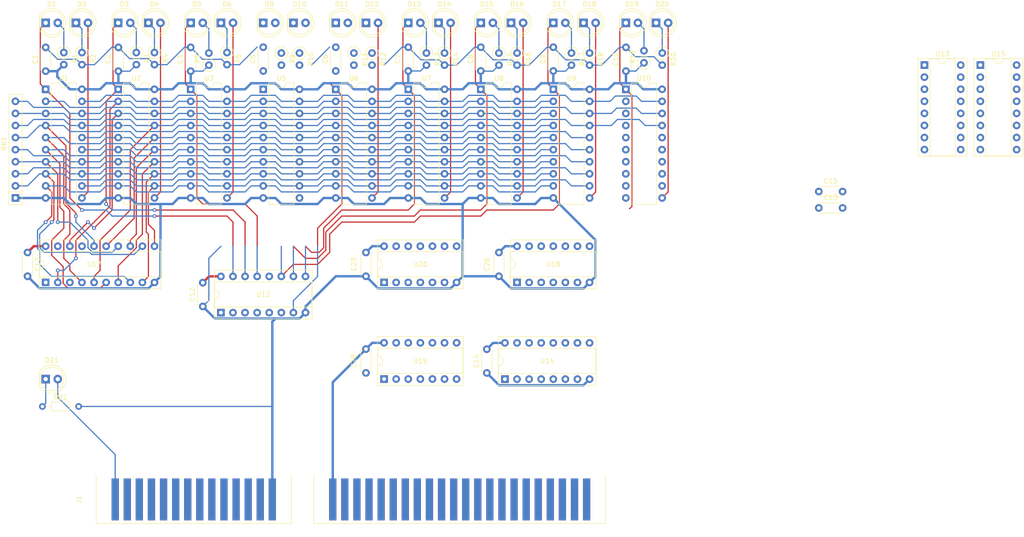
<source format=kicad_pcb>
(kicad_pcb (version 20211014) (generator pcbnew)
  (layers (0 "F.Cu" signal) (31 "B.Cu" signal) (34 "B.Paste" user) (35 "F.Paste" user) (36 "B.SilkS" user "B.Silkscreen") (37 "F.SilkS" user "F.Silkscreen") (38 "B.Mask" user) (39 "F.Mask" user) (44 "Edge.Cuts" user))
  (net 0 "")
  (net 1 "Net-(D1-Pad2)")
  (net 2 "Net-(D3-Pad2)")
  (net 3 "RD_A_INV")
  (net 4 "Net-(D2-Pad1)")
  (net 5 "Net-(D5-Pad2)")
  (net 6 "WR_A")
  (net 7 "RD_B_INV")
  (net 8 "Net-(D4-Pad1)")
  (net 9 "WR_B")
  (net 10 "WR_C")
  (net 11 "RD_C_INV")
  (net 12 "Net-(D6-Pad1)")
  (net 13 "BUS_VCC")
  (net 14 "BUS_GND")
  (net 15 "BUS_WR_3")
  (net 17 "BUS_RD_3")
  (net 18 "BUS_DATA_0")
  (net 19 "BUS_DATA_1")
  (net 20 "BUS_DATA_2")
  (net 21 "BUS_DATA_3")
  (net 22 "BUS_DATA_4")
  (net 23 "BUS_DATA_5")
  (net 24 "BUS_DATA_6")
  (net 25 "BUS_DATA_7")
  (net 26 "BUS_WR_0")
  (net 27 "BUS_WR_1")
  (net 28 "BUS_WR_2")
  (net 29 "Net-(D18-Pad1)")
  (net 30 "WR_SPH")
  (net 31 "RD_SPH_INV")
  (net 32 "Net-(D19-Pad2)")
  (net 33 "WR_YL")
  (net 34 "RD_YL_INV")
  (net 35 "Net-(D9-Pad2)")
  (net 36 "WR_YH")
  (net 37 "BUS_RD_0")
  (net 38 "BUS_RD_1")
  (net 39 "BUS_RD_2")
  (net 40 "RD_YH_INV")
  (net 41 "Net-(D10-Pad1)")
  (net 42 "WR_XL")
  (net 43 "RD_XL_INV")
  (net 44 "Net-(D11-Pad2)")
  (net 45 "WR_XH")
  (net 46 "RD_XH_INV")
  (net 47 "Net-(D12-Pad1)")
  (net 49 "BUS_CLOCK")
  (net 50 "BUS_CLOCK_INV")
  (net 51 "BUS_RESET")
  (net 52 "BUS_RESET_INV")
  (net 53 "BUS_HALT")
  (net 54 "BUS_INT")
  (net 66 "BUS_ADDR_15")
  (net 67 "BUS_ADDR_14")
  (net 68 "BUS_ADDR_13")
  (net 69 "BUS_ADDR_12")
  (net 70 "BUS_ADDR_11")
  (net 71 "BUS_ADDR_10")
  (net 72 "BUS_ADDR_9")
  (net 73 "BUS_ADDR_8")
  (net 74 "BUS_ADDR_7")
  (net 75 "BUS_ADDR_6")
  (net 76 "BUS_ADDR_5")
  (net 77 "BUS_ADDR_4")
  (net 78 "BUS_ADDR_3")
  (net 79 "BUS_ADDR_2")
  (net 80 "BUS_ADDR_1")
  (net 81 "BUS_ADDR_0")
  (net 82 "DATA_0")
  (net 83 "DATA_1")
  (net 84 "DATA_2")
  (net 85 "DATA_3")
  (net 86 "DATA_4")
  (net 87 "DATA_5")
  (net 88 "DATA_6")
  (net 89 "DATA_7")
  (net 93 "Net-(D20-Pad1)")
  (net 94 "WR_SPL")
  (net 95 "RD_SPL_INV")
  (net 97 "Net-(D13-Pad2)")
  (net 98 "Net-(D14-Pad1)")
  (net 99 "Net-(D15-Pad2)")
  (net 100 "Net-(D16-Pad1)")
  (net 102 "FLAG_INTM")
  (net 103 "FLAG_Z")
  (net 104 "FLAG_C")
  (net 106 "BUS_WRITE_ENABLE")
  (net 107 "BUS_READ_ENABLE")
  (net 108 "BUS_ULA_ENABLE")
  (net 110 "Net-(U12-Pad4)")
  (net 118 "Net-(U14-Pad4)")
  (net 119 "Net-(U14-Pad7)")
  (net 120 "Net-(U14-Pad9)")
  (net 121 "Net-(U14-Pad10)")
  (net 122 "Net-(U14-Pad11)")
  (net 124 "Net-(U14-Pad13)")
  (net 125 "Net-(U14-Pad14)")
  (net 126 "Net-(U14-Pad15)")
  (net 127 "Net-(U18-Pad8)")
  (net 128 "Net-(U19-Pad11)")
  (net 129 "Net-(U19-Pad9)")
  (net 136 "Net-(D17-Pad2)")
  (net 137 "Net-(D21-Pad1)")
  (footprint "Resistor_THT:R_Axial_DIN0207_L6.3mm_D2.5mm_P2.54mm_Vertical" (layer "F.Cu") (at 81.28 96.42 -90)
    (fp_text reference "R4")
    (fp_text value "470R")
  )
  (footprint "LED_THT:LED_D5.0mm" (layer "F.Cu") (at 58.42 165.1)
    (fp_text reference "D21")
    (fp_text value "LED")
  )
  (footprint "Resistor_THT:R_Axial_DIN0207_L6.3mm_D2.5mm_P2.54mm_Vertical" (layer "F.Cu") (at 138.43 96.52 -90)
    (fp_text reference "R13")
    (fp_text value "470R")
  )
  (footprint "Package_DIP:DIP-20_W7.62mm" (layer "F.Cu") (at 119.38 104.14)
    (fp_text reference "U6")
    (fp_text value "74LS374")
  )
  (footprint "Package_DIP:DIP-16_W7.62mm_Socket" (layer "F.Cu") (at 154.93 165.11 90)
    (fp_text reference "U14")
    (fp_text value "74LS138")
  )
  (footprint "Resistor_THT:R_Array_SIP9" (layer "F.Cu") (at 52.07 127 90)
    (fp_text reference "RN1")
    (fp_text value "4K7")
  )
  (footprint "Package_DIP:DIP-14_W7.62mm_Socket" (layer "F.Cu") (at 157.475 144.77 90)
    (fp_text reference "U18")
    (fp_text value "74LS00")
  )
  (footprint "Capacitor_THT:C_Disc_D4.3mm_W1.9mm_P5.00mm" (layer "F.Cu") (at 125.73 158.79 -90)
    (fp_text reference "C28")
    (fp_text value "100nF")
  )
  (footprint "Capacitor_THT:C_Disc_D4.3mm_W1.9mm_P5.00mm" (layer "F.Cu") (at 220.888 125.65)
    (fp_text reference "C15")
    (fp_text value "100nF")
  )
  (footprint "LED_THT:LED_D5.0mm" (layer "F.Cu") (at 119.38 90.17)
    (fp_text reference "D11")
    (fp_text value "LED")
  )
  (footprint "LED_THT:LED_D5.0mm" (layer "F.Cu") (at 125.73 90.17)
    (fp_text reference "D12")
    (fp_text value "LED")
  )
  (footprint "Resistor_THT:R_Axial_DIN0207_L6.3mm_D2.5mm_P2.54mm_Vertical" (layer "F.Cu") (at 187.989 96.52 -90)
    (fp_text reference "R20")
    (fp_text value "470R")
  )
  (footprint "Resistor_THT:R_Axial_DIN0207_L6.3mm_D2.5mm_P2.54mm_Vertical" (layer "F.Cu") (at 77.47 96.42 -90)
    (fp_text reference "R3")
    (fp_text value "470R")
  )
  (footprint "Capacitor_THT:C_Disc_D4.3mm_W1.9mm_P5.00mm" (layer "F.Cu") (at 104.14 100.29 90)
    (fp_text reference "C5")
    (fp_text value "100nF")
  )
  (footprint "Resistor_THT:R_Axial_DIN0207_L6.3mm_D2.5mm_P2.54mm_Vertical" (layer "F.Cu") (at 92.715 99.06 90)
    (fp_text reference "R5")
    (fp_text value "470R")
  )
  (footprint "LED_THT:LED_D5.0mm" (layer "F.Cu") (at 73.66 90.17)
    (fp_text reference "D3")
    (fp_text value "LED")
  )
  (footprint "LED_THT:LED_D5.0mm" (layer "F.Cu") (at 88.9 90.17)
    (fp_text reference "D5")
    (fp_text value "LED")
  )
  (footprint "Resistor_THT:R_Axial_DIN0207_L6.3mm_D2.5mm_P2.54mm_Vertical" (layer "F.Cu") (at 107.95 96.52 -90)
    (fp_text reference "R9")
    (fp_text value "470R")
  )
  (footprint "Capacitor_THT:C_Disc_D4.3mm_W1.9mm_P5.00mm" (layer "F.Cu") (at 88.9 100.33 90)
    (fp_text reference "C3")
    (fp_text value "100nF")
  )
  (footprint "Resistor_THT:R_Axial_DIN0207_L6.3mm_D2.5mm_P2.54mm_Vertical" (layer "F.Cu") (at 66.04 96.42 -90)
    (fp_text reference "R2")
    (fp_text value "470R")
  )
  (footprint "LED_THT:LED_D5.0mm" (layer "F.Cu") (at 80.01 90.17)
    (fp_text reference "D4")
    (fp_text value "LED")
  )
  (footprint "Capacitor_THT:C_Disc_D4.3mm_W1.9mm_P5.00mm" (layer "F.Cu") (at 220.888 129.1)
    (fp_text reference "C13")
    (fp_text value "100nF")
  )
  (footprint "Package_DIP:DIP-14_W7.62mm_Socket" (layer "F.Cu") (at 129.535 144.77 90)
    (fp_text reference "U20")
    (fp_text value "74LS06")
  )
  (footprint "Package_DIP:DIP-20_W7.62mm" (layer "F.Cu") (at 134.62 104.14)
    (fp_text reference "U7")
    (fp_text value "74LS374")
  )
  (footprint "Capacitor_THT:C_Disc_D4.3mm_W1.9mm_P5.00mm" (layer "F.Cu") (at 54.61 138.47 -90)
    (fp_text reference "C17")
    (fp_text value "100nF")
  )
  (footprint "Package_DIP:DIP-20_W7.62mm" (layer "F.Cu") (at 58.42 104.14)
    (fp_text reference "U1")
    (fp_text value "74LS374")
  )
  (footprint "LED_THT:LED_D5.0mm" (layer "F.Cu") (at 165.095 90.17)
    (fp_text reference "D17")
    (fp_text value "LED")
  )
  (footprint "cardedgeslot:Card Edge Slot 28+44" (layer "F.Cu") (at 67.95 198.025 90)
    (fp_text reference "J1")
    (fp_text value "BUS")
  )
  (footprint "Package_DIP:DIP-20_W7.62mm" (layer "F.Cu") (at 165.1 104.14)
    (fp_text reference "U9")
    (fp_text value "74LS374")
  )
  (footprint "Package_DIP:DIP-16_W7.62mm_Socket" (layer "F.Cu") (at 95.24 151.12 90)
    (fp_text reference "U12")
    (fp_text value "74LS138")
  )
  (footprint "Package_DIP:DIP-20_W7.62mm" (layer "F.Cu") (at 88.9 104.14)
    (fp_text reference "U3")
    (fp_text value "74LS374")
  )
  (footprint "Resistor_THT:R_Axial_DIN0207_L6.3mm_D2.5mm_P2.54mm_Vertical" (layer "F.Cu") (at 127 96.52 -90)
    (fp_text reference "R12")
    (fp_text value "470R")
  )
  (footprint "LED_THT:LED_D5.0mm" (layer "F.Cu") (at 186.69 90.17)
    (fp_text reference "D20")
    (fp_text value "LED")
  )
  (footprint "Resistor_THT:R_Axial_DIN0204_L3.6mm_D1.6mm_P7.62mm_Horizontal" (layer "F.Cu") (at 57.73 170.86)
    (fp_text reference "R21")
    (fp_text value "470R")
  )
  (footprint "Resistor_THT:R_Axial_DIN0207_L6.3mm_D2.5mm_P2.54mm_Vertical" (layer "F.Cu") (at 172.72 96.52 -90)
    (fp_text reference "R18")
    (fp_text value "470R")
  )
  (footprint "LED_THT:LED_D5.0mm" (layer "F.Cu") (at 95.25 90.17)
    (fp_text reference "D6")
    (fp_text value "LED")
  )
  (footprint "Package_DIP:DIP-16_W7.62mm_Socket" (layer "F.Cu") (at 254.838 99.05)
    (fp_text reference "U15")
    (fp_text value "74LS138")
  )
  (footprint "Resistor_THT:R_Axial_DIN0207_L6.3mm_D2.5mm_P2.54mm_Vertical" (layer "F.Cu") (at 96.525 96.42 -90)
    (fp_text reference "R6")
    (fp_text value "470R")
  )
  (footprint "Resistor_THT:R_Axial_DIN0207_L6.3mm_D2.5mm_P2.54mm_Vertical" (layer "F.Cu") (at 111.76 96.52 -90)
    (fp_text reference "R10")
    (fp_text value "470R")
  )
  (footprint "Capacitor_THT:C_Disc_D4.3mm_W1.9mm_P5.00mm" (layer "F.Cu") (at 149.86 100.29 90)
    (fp_text reference "C8")
    (fp_text value "100nF")
  )
  (footprint "Capacitor_THT:C_Disc_D4.3mm_W1.9mm_P5.00mm" (layer "F.Cu") (at 91.44 149.82 90)
    (fp_text reference "C12")
    (fp_text value "100nF")
  )
  (footprint "Resistor_THT:R_Axial_DIN0207_L6.3mm_D2.5mm_P2.54mm_Vertical" (layer "F.Cu") (at 62.23 96.42 -90)
    (fp_text reference "R1")
    (fp_text value "470R")
  )
  (footprint "Package_DIP:DIP-16_W7.62mm_Socket" (layer "F.Cu") (at 243.088 99.05)
    (fp_text reference "U13")
    (fp_text value "74LS138")
  )
  (footprint "Resistor_THT:R_Axial_DIN0207_L6.3mm_D2.5mm_P2.54mm_Vertical" (layer "F.Cu") (at 168.91 96.52 -90)
    (fp_text reference "R17")
    (fp_text value "470R")
  )
  (footprint "LED_THT:LED_D5.0mm" (layer "F.Cu") (at 104.14 90.17)
    (fp_text reference "D9")
    (fp_text value "LED")
  )
  (footprint "LED_THT:LED_D5.0mm" (layer "F.Cu") (at 156.21 90.17)
    (fp_text reference "D16")
    (fp_text value "LED")
  )
  (footprint "Resistor_THT:R_Axial_DIN0207_L6.3mm_D2.5mm_P2.54mm_Vertical" (layer "F.Cu") (at 142.24 96.52 -90)
    (fp_text reference "R14")
    (fp_text value "470R")
  )
  (footprint "Capacitor_THT:C_Disc_D4.3mm_W1.9mm_P5.00mm" (layer "F.Cu") (at 153.67 138.47 -90)
    (fp_text reference "C26")
    (fp_text value "100nF")
  )
  (footprint "LED_THT:LED_D5.0mm" (layer "F.Cu") (at 171.45 90.17)
    (fp_text reference "D18")
    (fp_text value "LED")
  )
  (footprint "LED_THT:LED_D5.0mm" (layer "F.Cu") (at 58.42 90.17)
    (fp_text reference "D1")
    (fp_text value "LED")
  )
  (footprint "Capacitor_THT:C_Disc_D4.3mm_W1.9mm_P5.00mm" (layer "F.Cu") (at 73.7 100.33 90)
    (fp_text reference "C2")
    (fp_text value "100nF")
  )
  (footprint "LED_THT:LED_D5.0mm" (layer "F.Cu") (at 140.97 90.17)
    (fp_text reference "D14")
    (fp_text value "LED")
  )
  (footprint "LED_THT:LED_D5.0mm" (layer "F.Cu") (at 64.77 90.17)
    (fp_text reference "D2")
    (fp_text value "LED")
  )
  (footprint "Capacitor_THT:C_Disc_D4.3mm_W1.9mm_P5.00mm" (layer "F.Cu") (at 58.42 100.33 90)
    (fp_text reference "C1")
    (fp_text value "100nF")
  )
  (footprint "Package_DIP:DIP-20_W7.62mm" (layer "F.Cu") (at 149.86 104.14)
    (fp_text reference "U8")
    (fp_text value "74LS374")
  )
  (footprint "Capacitor_THT:C_Disc_D4.3mm_W1.9mm_P5.00mm" (layer "F.Cu") (at 180.369 100.319 90)
    (fp_text reference "C10")
    (fp_text value "100nF")
  )
  (footprint "Capacitor_THT:C_Disc_D4.3mm_W1.9mm_P5.00mm" (layer "F.Cu") (at 119.38 100.29 90)
    (fp_text reference "C6")
    (fp_text value "100nF")
  )
  (footprint "LED_THT:LED_D5.0mm" (layer "F.Cu") (at 110.49 90.17)
    (fp_text reference "D10")
    (fp_text value "LED")
  )
  (footprint "Capacitor_THT:C_Disc_D4.3mm_W1.9mm_P5.00mm" (layer "F.Cu") (at 165.1 100.29 90)
    (fp_text reference "C9")
    (fp_text value "100nF")
  )
  (footprint "Package_DIP:DIP-14_W7.62mm_Socket" (layer "F.Cu") (at 129.535 165.09 90)
    (fp_text reference "U19")
    (fp_text value "74LS06")
  )
  (footprint "Resistor_THT:R_Axial_DIN0207_L6.3mm_D2.5mm_P2.54mm_Vertical" (layer "F.Cu") (at 184.15 98.581 90)
    (fp_text reference "R19")
    (fp_text value "470R")
  )
  (footprint "Resistor_THT:R_Axial_DIN0207_L6.3mm_D2.5mm_P2.54mm_Vertical" (layer "F.Cu") (at 123.19 96.52 -90)
    (fp_text reference "R11")
    (fp_text value "470R")
  )
  (footprint "Package_DIP:DIP-20_W7.62mm" (layer "F.Cu") (at 73.66 104.14)
    (fp_text reference "U2")
    (fp_text value "74LS374")
  )
  (footprint "Capacitor_THT:C_Disc_D4.3mm_W1.9mm_P5.00mm" (layer "F.Cu") (at 134.62 100.29 90)
    (fp_text reference "C7")
    (fp_text value "100nF")
  )
  (footprint "Package_DIP:DIP-20_W7.62mm" (layer "F.Cu") (at 104.14 104.14)
    (fp_text reference "U5")
    (fp_text value "74LS374")
  )
  (footprint "Resistor_THT:R_Axial_DIN0207_L6.3mm_D2.5mm_P2.54mm_Vertical" (layer "F.Cu") (at 153.67 96.52 -90)
    (fp_text reference "R15")
    (fp_text value "470R")
  )
  (footprint "Capacitor_THT:C_Disc_D4.3mm_W1.9mm_P5.00mm" (layer "F.Cu") (at 151.13 163.81 90)
    (fp_text reference "C14")
    (fp_text value "100nF")
  )
  (footprint "Resistor_THT:R_Axial_DIN0207_L6.3mm_D2.5mm_P2.54mm_Vertical" (layer "F.Cu") (at 157.48 96.52 -90)
    (fp_text reference "R16")
    (fp_text value "470R")
  )
  (footprint "LED_THT:LED_D5.0mm" (layer "F.Cu") (at 180.34 90.17)
    (fp_text reference "D19")
    (fp_text value "LED")
  )
  (footprint "LED_THT:LED_D5.0mm" (layer "F.Cu") (at 134.62 90.17)
    (fp_text reference "D13")
    (fp_text value "LED")
  )
  (footprint "Package_DIP:DIP-20_W7.62mm_Socket" (layer "F.Cu") (at 58.425 144.77 90)
    (fp_text reference "U17")
    (fp_text value "74LS244")
  )
  (footprint "Package_DIP:DIP-20_W7.62mm" (layer "F.Cu") (at 180.34 104.14)
    (fp_text reference "U10")
    (fp_text value "74LS374")
  )
  (footprint "LED_THT:LED_D5.0mm" (layer "F.Cu") (at 149.86 90.17)
    (fp_text reference "D15")
    (fp_text value "LED")
  )
  (footprint "Capacitor_THT:C_Disc_D4.3mm_W1.9mm_P5.00mm" (layer "F.Cu") (at 125.73 138.47 -90)
    (fp_text reference "C29")
    (fp_text value "100nF")
  )
  (segment (start 62.23 96.42) (end 62.23 91.44) (width 0.25) (layer "B.Cu") (net 1))
  (segment (start 62.23 91.44) (end 60.96 90.17) (width 0.25) (layer "B.Cu") (net 1))
  (segment (start 77.47 96.42) (end 77.47 91.44) (width 0.25) (layer "B.Cu") (net 2))
  (segment (start 77.47 91.44) (end 76.2 90.17) (width 0.25) (layer "B.Cu") (net 2))
  (segment (start 96.52 130.81) (end 97.79 132.08) (width 0.25) (layer "F.Cu") (net 3))
  (segment (start 97.79 132.08) (end 97.78 132.09) (width 0.25) (layer "F.Cu") (net 3))
  (segment (start 63.5 127) (end 66.04 129.54) (width 0.25) (layer "F.Cu") (net 3))
  (segment (start 58.42 90.17) (end 57.295 91.295) (width 0.25) (layer "F.Cu") (net 3))
  (segment (start 97.78 132.09) (end 97.78 137.16) (width 0.25) (layer "F.Cu") (net 3))
  (segment (start 63.5 114.3) (end 63.5 127) (width 0.25) (layer "F.Cu") (net 3))
  (segment (start 81.28 130.81) (end 96.52 130.81) (width 0.25) (layer "F.Cu") (net 3))
  (segment (start 57.295 91.295) (end 57.295 103.01) (width 0.25) (layer "F.Cu") (net 3))
  (segment (start 58.43 104.145) (end 63.5 109.215) (width 0.25) (layer "F.Cu") (net 3))
  (segment (start 57.295 103.01) (end 58.43 104.145) (width 0.25) (layer "F.Cu") (net 3))
  (segment (start 63.5 109.215) (end 63.5 114.3) (width 0.25) (layer "F.Cu") (net 3))
  (via (at 81.28 130.81) (size 0.8) (drill 0.4) (layers "F.Cu" "B.Cu") (net 3))
  (via (at 66.04 129.54) (size 0.8) (drill 0.4) (layers "F.Cu" "B.Cu") (net 3))
  (segment (start 66.04 129.54) (end 71.12 129.54) (width 0.25) (layer "B.Cu") (net 3))
  (segment (start 71.12 129.54) (end 72.39 130.81) (width 0.25) (layer "B.Cu") (net 3))
  (segment (start 97.78 137.16) (end 97.78 143.5) (width 0.25) (layer "B.Cu") (net 3))
  (segment (start 72.39 130.81) (end 81.28 130.81) (width 0.25) (layer "B.Cu") (net 3))
  (segment (start 66.04 96.42) (end 66.04 91.44) (width 0.25) (layer "B.Cu") (net 4))
  (segment (start 66.04 91.44) (end 64.77 90.17) (width 0.25) (layer "B.Cu") (net 4))
  (segment (start 92.715 91.445) (end 91.44 90.17) (width 0.25) (layer "B.Cu") (net 5))
  (segment (start 92.715 96.52) (end 92.715 91.445) (width 0.25) (layer "B.Cu") (net 5))
  (segment (start 67.31 90.17) (end 67.31 125.745) (width 0.25) (layer "F.Cu") (net 6))
  (segment (start 67.31 125.745) (end 66.05 127.005) (width 0.25) (layer "F.Cu") (net 6))
  (segment (start 100.32 132.09) (end 100.32 137.16) (width 0.25) (layer "F.Cu") (net 7))
  (segment (start 81.28 129.54) (end 97.79 129.54) (width 0.25) (layer "F.Cu") (net 7))
  (segment (start 71.12 106.68) (end 73.655 104.145) (width 0.25) (layer "F.Cu") (net 7))
  (segment (start 71.12 128.27) (end 71.12 106.68) (width 0.25) (layer "F.Cu") (net 7))
  (segment (start 97.79 129.54) (end 100.33 132.08) (width 0.25) (layer "F.Cu") (net 7))
  (segment (start 72.575 103.05) (end 73.67 104.145) (width 0.25) (layer "F.Cu") (net 7))
  (segment (start 100.33 132.08) (end 100.32 132.09) (width 0.25) (layer "F.Cu") (net 7))
  (segment (start 72.575 91.255) (end 72.575 103.05) (width 0.25) (layer "F.Cu") (net 7))
  (segment (start 73.655 104.145) (end 73.67 104.145) (width 0.25) (layer "F.Cu") (net 7))
  (segment (start 73.66 90.17) (end 72.575 91.255) (width 0.25) (layer "F.Cu") (net 7))
  (via (at 81.28 129.54) (size 0.8) (drill 0.4) (layers "F.Cu" "B.Cu") (net 7))
  (via (at 71.12 128.27) (size 0.8) (drill 0.4) (layers "F.Cu" "B.Cu") (net 7))
  (segment (start 100.32 137.16) (end 100.32 143.5) (width 0.25) (layer "B.Cu") (net 7))
  (segment (start 72.39 129.54) (end 81.28 129.54) (width 0.25) (layer "B.Cu") (net 7))
  (segment (start 71.12 128.27) (end 72.39 129.54) (width 0.25) (layer "B.Cu") (net 7))
  (segment (start 81.28 91.44) (end 80.01 90.17) (width 0.25) (layer "B.Cu") (net 8))
  (segment (start 81.28 96.42) (end 81.28 91.44) (width 0.25) (layer "B.Cu") (net 8))
  (segment (start 82.55 90.17) (end 82.55 125.745) (width 0.25) (layer "F.Cu") (net 9))
  (segment (start 82.55 125.745) (end 81.29 127.005) (width 0.25) (layer "F.Cu") (net 9))
  (segment (start 97.79 90.17) (end 97.79 125.745) (width 0.25) (layer "F.Cu") (net 10))
  (segment (start 97.79 125.745) (end 96.53 127.005) (width 0.25) (layer "F.Cu") (net 10))
  (segment (start 90.17 105.41) (end 90.17 127) (width 0.25) (layer "F.Cu") (net 11))
  (segment (start 87.775 103.01) (end 88.91 104.145) (width 0.25) (layer "F.Cu") (net 11))
  (segment (start 87.775 91.295) (end 87.775 103.01) (width 0.25) (layer "F.Cu") (net 11))
  (segment (start 88.9 90.17) (end 87.775 91.295) (width 0.25) (layer "F.Cu") (net 11))
  (segment (start 90.17 127) (end 91.44 128.27) (width 0.25) (layer "F.Cu") (net 11))
  (segment (start 102.87 137.15) (end 102.86 137.16) (width 0.25) (layer "F.Cu") (net 11))
  (segment (start 102.87 130.81) (end 102.87 137.15) (width 0.25) (layer "F.Cu") (net 11))
  (segment (start 91.44 128.27) (end 100.33 128.27) (width 0.25) (layer "F.Cu") (net 11))
  (segment (start 88.91 104.145) (end 88.91 104.15) (width 0.25) (layer "F.Cu") (net 11))
  (segment (start 100.33 128.27) (end 102.87 130.81) (width 0.25) (layer "F.Cu") (net 11))
  (segment (start 88.91 104.15) (end 90.17 105.41) (width 0.25) (layer "F.Cu") (net 11))
  (segment (start 102.86 137.16) (end 102.86 143.5) (width 0.25) (layer "B.Cu") (net 11))
  (segment (start 96.525 96.42) (end 96.525 91.445) (width 0.25) (layer "B.Cu") (net 12))
  (segment (start 96.525 91.445) (end 95.25 90.17) (width 0.25) (layer "B.Cu") (net 12))
  (segment (start 55.93 137.15) (end 54.61 138.47) (width 0.5) (layer "F.Cu") (net 13))
  (segment (start 95.24 143.5) (end 92.76 143.5) (width 0.5) (layer "F.Cu") (net 13))
  (segment (start 58.425 137.15) (end 55.93 137.15) (width 0.5) (layer "F.Cu") (net 13))
  (segment (start 92.76 143.5) (end 91.44 144.82) (width 0.5) (layer "F.Cu") (net 13))
  (segment (start 83.815 104.145) (end 83.82 104.14) (width 0.5) (layer "B.Cu") (net 13))
  (segment (start 125.73 158.79) (end 118.75 165.77) (width 0.5) (layer "B.Cu") (net 13))
  (segment (start 167.64 102.87) (end 168.915 104.145) (width 0.5) (layer "B.Cu") (net 13))
  (segment (start 73.03 180.98) (end 73.03 186.595) (width 0.25) (layer "B.Cu") (net 13))
  (segment (start 71.12 102.87) (end 76.2 102.87) (width 0.5) (layer "B.Cu") (net 13))
  (segment (start 77.475 104.145) (end 81.29 104.145) (width 0.5) (layer "B.Cu") (net 13))
  (segment (start 88.9 100.33) (end 91.445 100.33) (width 0.25) (layer "B.Cu") (net 13))
  (segment (start 101.6 102.87) (end 104.14 102.87) (width 0.5) (layer "B.Cu") (net 13))
  (segment (start 100.325 104.145) (end 101.6 102.87) (width 0.5) (layer "B.Cu") (net 13))
  (segment (start 73.7 100.33) (end 73.7 102.83) (width 0.5) (layer "B.Cu") (net 13))
  (segment (start 123.195 104.145) (end 127.01 104.145) (width 0.5) (layer "B.Cu") (net 13))
  (segment (start 66.05 104.145) (end 69.845 104.145) (width 0.5) (layer "B.Cu") (net 13))
  (segment (start 76.2 102.87) (end 77.475 104.145) (width 0.5) (layer "B.Cu") (net 13))
  (segment (start 161.285 104.145) (end 162.56 102.87) (width 0.5) (layer "B.Cu") (net 13))
  (segment (start 85.09 104.14) (end 86.36 102.87) (width 0.5) (layer "B.Cu") (net 13))
  (segment (start 154.93 157.49) (end 152.45 157.49) (width 0.5) (layer "B.Cu") (net 13))
  (segment (start 167.64 100.33) (end 168.91 99.06) (width 0.25) (layer "B.Cu") (net 13))
  (segment (start 130.805 104.145) (end 132.08 102.87) (width 0.5) (layer "B.Cu") (net 13))
  (segment (start 152.45 157.49) (end 151.13 158.81) (width 0.5) (layer "B.Cu") (net 13))
  (segment (start 121.92 102.87) (end 123.195 104.145) (width 0.5) (layer "B.Cu") (net 13))
  (segment (start 153.675 104.145) (end 157.49 104.145) (width 0.5) (layer "B.Cu") (net 13))
  (segment (start 106.68 102.87) (end 107.955 104.145) (width 0.5) (layer "B.Cu") (net 13))
  (segment (start 182.372 100.33) (end 182.361 100.319) (width 0.25) (layer "B.Cu") (net 13))
  (segment (start 149.86 100.33) (end 152.4 100.33) (width 0.25) (layer "B.Cu") (net 13))
  (segment (start 147.32 102.87) (end 152.4 102.87) (width 0.5) (layer "B.Cu") (net 13))
  (segment (start 96.53 104.145) (end 100.325 104.145) (width 0.5) (layer "B.Cu") (net 13))
  (segment (start 152.4 100.33) (end 153.67 99.06) (width 0.25) (layer "B.Cu") (net 13))
  (segment (start 146.045 104.145) (end 147.32 102.87) (width 0.5) (layer "B.Cu") (net 13))
  (segment (start 127.05 137.15) (end 125.73 138.47) (width 0.5) (layer "B.Cu") (net 13))
  (segment (start 81.29 104.145) (end 83.815 104.145) (width 0.5) (layer "B.Cu") (net 13))
  (segment (start 157.49 104.145) (end 161.285 104.145) (width 0.5) (layer "B.Cu") (net 13))
  (segment (start 60.86 101.5) (end 60.86 100.33) (width 0.5) (layer "B.Cu") (net 13))
  (segment (start 180.34 102.87) (end 180.369 102.841) (width 0.5) (layer "B.Cu") (net 13))
  (segment (start 132.08 102.87) (end 137.16 102.87) (width 0.5) (layer "B.Cu") (net 13))
  (segment (start 76.1 100.33) (end 77.47 98.96) (width 0.25) (layer "B.Cu") (net 13))
  (segment (start 127.01 104.145) (end 130.805 104.145) (width 0.5) (layer "B.Cu") (net 13))
  (segment (start 184.15 98.581) (end 182.401 100.33) (width 0.25) (layer "B.Cu") (net 13))
  (segment (start 137.2 100.29) (end 138.43 99.06) (width 0.25) (layer "B.Cu") (net 13))
  (segment (start 177.927 102.87) (end 180.34 102.87) (width 0.5) (layer "B.Cu") (net 13))
  (segment (start 107.955 104.145) (end 111.77 104.145) (width 0.5) (layer "B.Cu") (net 13))
  (segment (start 129.535 157.47) (end 127.05 157.47) (width 0.5) (layer "B.Cu") (net 13))
  (segment (start 182.753 102.87) (end 184.023 104.14) (width 0.5) (layer "B.Cu") (net 13))
  (segment (start 134.62 100.29) (end 137.2 100.29) (width 0.25) (layer "B.Cu") (net 13))
  (segment (start 127.05 157.47) (end 125.73 158.79) (width 0.5) (layer "B.Cu") (net 13))
  (segment (start 118.75 165.77) (end 118.75 186.595) (width 0.5) (layer "B.Cu") (net 13))
  (segment (start 152.4 102.87) (end 153.675 104.145) (width 0.5) (layer "B.Cu") (net 13))
  (segment (start 86.36 102.87) (end 91.44 102.87) (width 0.5) (layer "B.Cu") (net 13))
  (segment (start 60.96 165.1) (end 60.96 168.91) (width 0.25) (layer "B.Cu") (net 13))
  (segment (start 111.77 104.145) (end 115.565 104.145) (width 0.5) (layer "B.Cu") (net 13))
  (segment (start 134.62 100.29) (end 134.62 102.87) (width 0.5) (layer "B.Cu") (net 13))
  (segment (start 91.44 102.87) (end 92.715 104.145) (width 0.5) (layer "B.Cu") (net 13))
  (segment (start 60.86 100.33) (end 62.23 98.96) (width 0.5) (layer "B.Cu") (net 13))
  (segment (start 168.915 104.145) (end 172.73 104.145) (width 0.5) (layer "B.Cu") (net 13))
  (segment (start 69.845 104.145) (end 71.12 102.87) (width 0.5) (layer "B.Cu") (net 13))
  (segment (start 83.82 104.14) (end 85.09 104.14) (width 0.5) (layer "B.Cu") (net 13))
  (segment (start 116.84 102.87) (end 121.92 102.87) (width 0.5) (layer "B.Cu") (net 13))
  (segment (start 115.565 104.145) (end 116.84 102.87) (width 0.5) (layer "B.Cu") (net 13))
  (segment (start 129.535 137.15) (end 127.05 137.15) (width 0.5) (layer "B.Cu") (net 13))
  (segment (start 91.445 100.33) (end 92.715 99.06) (width 0.25) (layer "B.Cu") (net 13))
  (segment (start 149.86 100.33) (end 149.86 102.87) (width 0.5) (layer "B.Cu") (net 13))
  (segment (start 184.023 104.14) (end 187.96 104.14) (width 0.5) (layer "B.Cu") (net 13))
  (segment (start 66.05 104.145) (end 63.505 104.145) (width 0.5) (layer "B.Cu") (net 13))
  (segment (start 182.401 100.33) (end 182.372 100.33) (width 0.25) (layer "B.Cu") (net 13))
  (segment (start 104.14 102.87) (end 106.68 102.87) (width 0.5) (layer "B.Cu") (net 13))
  (segment (start 182.361 100.319) (end 180.369 100.319) (width 0.25) (layer "B.Cu") (net 13))
  (segment (start 172.72 104.14) (end 176.657 104.14) (width 0.5) (layer "B.Cu") (net 13))
  (segment (start 92.715 104.145) (end 96.53 104.145) (width 0.5) (layer "B.Cu") (net 13))
  (segment (start 180.369 102.841) (end 180.369 100.319) (width 0.5) (layer "B.Cu") (net 13))
  (segment (start 154.99 137.15) (end 153.67 138.47) (width 0.5) (layer "B.Cu") (net 13))
  (segment (start 138.435 104.145) (end 142.25 104.145) (width 0.5) (layer "B.Cu") (net 13))
  (segment (start 58.42 100.33) (end 60.86 100.33) (width 0.5) (layer "B.Cu") (net 13))
  (segment (start 165.1 100.33) (end 165.1 102.87) (width 0.5) (layer "B.Cu") (net 13))
  (segment (start 157.475 137.15) (end 154.99 137.15) (width 0.5) (layer "B.Cu") (net 13))
  (segment (start 162.56 102.87) (end 167.64 102.87) (width 0.5) (layer "B.Cu") (net 13))
  (segment (start 180.34 102.87) (end 182.753 102.87) (width 0.5) (layer "B.Cu") (net 13))
  (segment (start 63.505 104.145) (end 60.86 101.5) (width 0.5) (layer "B.Cu") (net 13))
  (segment (start 137.16 102.87) (end 138.435 104.145) (width 0.5) (layer "B.Cu") (net 13))
  (segment (start 88.9 100.33) (end 88.9 102.87) (width 0.5) (layer "B.Cu") (net 13))
  (segment (start 73.7 100.33) (end 76.1 100.33) (width 0.25) (layer "B.Cu") (net 13))
  (segment (start 60.96 168.91) (end 73.03 180.98) (width 0.25) (layer "B.Cu") (net 13))
  (segment (start 176.657 104.14) (end 177.927 102.87) (width 0.5) (layer "B.Cu") (net 13))
  (segment (start 165.1 100.33) (end 167.64 100.33) (width 0.25) (layer "B.Cu") (net 13))
  (segment (start 142.25 104.145) (end 146.045 104.145) (width 0.5) (layer "B.Cu") (net 13))
  (segment (start 65.35 170.86) (end 106 170.86) (width 0.25) (layer "B.Cu") (net 14))
  (segment (start 149.86 95.33) (end 152.465 97.935) (width 0.25) (layer "B.Cu") (net 14))
  (segment (start 62.23 127) (end 62.225 127.005) (width 0.5) (layer "B.Cu") (net 14))
  (segment (start 171.595 97.935) (end 172.72 99.06) (width 0.25) (layer "B.Cu") (net 14))
  (segment (start 152.465 97.935) (end 156.355 97.935) (width 0.25) (layer "B.Cu") (net 14))
  (segment (start 152.395 127.005) (end 149.87 127.005) (width 0.5) (layer "B.Cu") (net 14))
  (segment (start 156.25 146.05) (end 153.67 143.47) (width 0.5) (layer "B.Cu") (net 14))
  (segment (start 137.155 127.005) (end 134.63 127.005) (width 0.5) (layer "B.Cu") (net 14))
  (segment (start 95.24 137.16) (end 92.71 139.69) (width 0.25) (layer "B.Cu") (net 14))
  (segment (start 101.605 127.005) (end 101.6 127) (width 0.5) (layer "B.Cu") (net 14))
  (segment (start 134.62 95.29) (end 137.265 97.935) (width 0.25) (layer "B.Cu") (net 14))
  (segment (start 146.05 143.495) (end 146.05 128.27) (width 0.5) (layer "B.Cu") (net 14))
  (segment (start 96.525 98.96) (end 99.16 98.96) (width 0.25) (layer "B.Cu") (net 14))
  (segment (start 171.45 146.035) (end 171.45 146.05) (width 0.5) (layer "B.Cu") (net 14))
  (segment (start 86.36 127) (end 85.09 128.27) (width 0.5) (layer "B.Cu") (net 14))
  (segment (start 171.45 166.37) (end 171.45 166.39) (width 0.5) (layer "B.Cu") (net 14))
  (segment (start 115.57 128.27) (end 107.95 128.27) (width 0.5) (layer "B.Cu") (net 14))
  (segment (start 149.87 127.005) (end 147.325 127.005) (width 0.5) (layer "B.Cu") (net 14))
  (segment (start 82.55 143.505) (end 82.55 128.27) (width 0.5) (layer "B.Cu") (net 14))
  (segment (start 133.31 95.29) (end 129.54 99.06) (width 0.25) (layer "B.Cu") (net 14))
  (segment (start 52.075 127.005) (end 52.07 127) (width 0.5) (layer "B.Cu") (net 14))
  (segment (start 92.71 139.69) (end 92.71 148.55) (width 0.25) (layer "B.Cu") (net 14))
  (segment (start 62.225 127.005) (end 58.43 127.005) (width 0.5) (layer "B.Cu") (net 14))
  (segment (start 149.86 95.33) (end 148.51 95.33) (width 0.25) (layer "B.Cu") (net 14))
  (segment (start 156.355 97.935) (end 157.48 99.06) (width 0.25) (layer "B.Cu") (net 14))
  (segment (start 111.77 152.37) (end 106.65 152.37) (width 0.5) (layer "B.Cu") (net 14))
  (segment (start 161.29 128.27) (end 153.67 128.27) (width 0.5) (layer "B.Cu") (net 14))
  (segment (start 81.285 144.77) (end 82.55 143.505) (width 0.5) (layer "B.Cu") (net 14))
  (segment (start 128.31 146.05) (end 125.73 143.47) (width 0.5) (layer "B.Cu") (net 14))
  (segment (start 106.675 127.005) (end 104.15 127.005) (width 0.5) (layer "B.Cu") (net 14))
  (segment (start 152.4 127) (end 152.395 127.005) (width 0.25) (layer "B.Cu") (net 14))
  (segment (start 134.63 127.005) (end 130.815 127.005) (width 0.5) (layer "B.Cu") (net 14))
  (segment (start 68.68 98.96) (end 72.39 95.25) (width 0.25) (layer "B.Cu") (net 14))
  (segment (start 106 170.86) (end 106.05 170.81) (width 0.25) (layer "B.Cu") (net 14))
  (segment (start 129.54 128.27) (end 123.19 128.27) (width 0.5) (layer "B.Cu") (net 14))
  (segment (start 119.4 143.47) (end 113.02 149.85) (width 0.5) (layer "B.Cu") (net 14))
  (segment (start 85.09 128.27) (end 82.55 128.27) (width 0.5) (layer "B.Cu") (net 14))
  (segment (start 88.91 127.005) (end 86.365 127.005) (width 0.5) (layer "B.Cu") (net 14))
  (segment (start 106.05 153.03) (end 106.65 152.43) (width 0.5) (layer "B.Cu") (net 14))
  (segment (start 106.05 186.595) (end 106.05 170.81) (width 0.5) (layer "B.Cu") (net 14))
  (segment (start 92.71 128.27) (end 91.44 127) (width 0.5) (layer "B.Cu") (net 14))
  (segment (start 92.71 148.55) (end 91.44 149.82) (width 0.25) (layer "B.Cu") (net 14))
  (segment (start 179.001 95.319) (end 175.26 99.06) (width 0.25) (layer "B.Cu") (net 14))
  (segment (start 71.12 127) (end 69.85 128.27) (width 0.5) (layer "B.Cu") (net 14))
  (segment (start 101.6 127) (end 100.33 128.27) (width 0.5) (layer "B.Cu") (net 14))
  (segment (start 141.115 97.935) (end 142.24 99.06) (width 0.25) (layer "B.Cu") (net 14))
  (segment (start 137.16 127) (end 137.155 127.005) (width 0.5) (layer "B.Cu") (net 14))
  (segment (start 69.85 128.27) (end 63.5 128.27) (width 0.5) (layer "B.Cu") (net 14))
  (segment (start 153.71 166.39) (end 151.13 163.81) (width 0.5) (layer "B.Cu") (net 14))
  (segment (start 146.075 143.47) (end 146.05 143.495) (width 0.5) (layer "B.Cu") (net 14))
  (segment (start 95.4 97.835) (end 96.525 98.96) (width 0.25) (layer "B.Cu") (net 14))
  (segment (start 57.16 146.02) (end 54.61 143.47) (width 0.5) (layer "B.Cu") (net 14))
  (segment (start 76.195 127.005) (end 73.67 127.005) (width 0.5) (layer "B.Cu") (net 14))
  (segment (start 119.39 127.005) (end 116.845 127.005) (width 0.5) (layer "B.Cu") (net 14))
  (segment (start 71.125 127.005) (end 71.12 127) (width 0.5) (layer "B.Cu") (net 14))
  (segment (start 167.705 97.935) (end 171.595 97.935) (width 0.25) (layer "B.Cu") (net 14))
  (segment (start 73.67 127.005) (end 71.125 127.005) (width 0.5) (layer "B.Cu") (net 14))
  (segment (start 162.565 127.005) (end 162.56 127) (width 0.25) (layer "B.Cu") (net 14))
  (segment (start 91.405 97.835) (end 95.4 97.835) (width 0.25) (layer "B.Cu") (net 14))
  (segment (start 138.43 128.27) (end 137.16 127) (width 0.5) (layer "B.Cu") (net 14))
  (segment (start 72.39 95.25) (end 72.47 95.33) (width 0.25) (layer "B.Cu") (net 14))
  (segment (start 130.815 127.005) (end 130.81 127) (width 0.5) (layer "B.Cu") (net 14))
  (segment (start 165.11 127.005) (end 173.99 135.885) (width 0.5) (layer "B.Cu") (net 14))
  (segment (start 121.92 127) (end 121.915 127.005) (width 0.5) (layer "B.Cu") (net 14))
  (segment (start 175.26 99.06) (end 172.72 99.06) (width 0.25) (layer "B.Cu") (net 14))
  (segment (start 116.845 127.005) (end 116.84 127) (width 0.5) (layer "B.Cu") (net 14))
  (segment (start 148.51 95.33) (end 144.78 99.06) (width 0.25) (layer "B.Cu") (net 14))
  (segment (start 106.05 170.81) (end 106.05 153.03) (width 0.5) (layer "B.Cu") (net 14))
  (segment (start 160.02 99.06) (end 157.48 99.06) (width 0.25) (layer "B.Cu") (net 14))
  (segment (start 121.915 127.005) (end 119.39 127.005) (width 0.5) (layer "B.Cu") (net 14))
  (segment (start 146.05 128.27) (end 138.43 128.27) (width 0.5) (layer "B.Cu") (net 14))
  (segment (start 66.04 98.96) (end 68.68 98.96) (width 0.25) (layer "B.Cu") (net 14))
  (segment (start 116.84 127) (end 115.57 128.27) (width 0.5) (layer "B.Cu") (net 14))
  (segment (start 114.3 99.06) (end 118.11 95.25) (width 0.25) (layer "B.Cu") (net 14))
  (segment (start 58.43 127.005) (end 52.075 127.005) (width 0.5) (layer "B.Cu") (net 14))
  (segment (start 144.775 144.77) (end 146.05 143.495) (width 0.5) (layer "B.Cu") (net 14))
  (segment (start 81.28 98.96) (end 83.92 98.96) (width 0.25) (layer "B.Cu") (net 14))
  (segment (start 137.265 97.935) (end 141.115 97.935) (width 0.25) (layer "B.Cu") (net 14))
  (segment (start 125.73 143.47) (end 119.4 143.47) (width 0.5) (layer "B.Cu") (net 14))
  (segment (start 113.02 151.12) (end 111.77 152.37) (width 0.5) (layer "B.Cu") (net 14))
  (segment (start 180.369 95.319) (end 182.332 97.282) (width 0.25) (layer "B.Cu") (net 14))
  (segment (start 130.81 127) (end 129.54 128.27) (width 0.5) (layer "B.Cu") (net 14))
  (segment (start 107.95 128.27) (end 106.68 127) (width 0.5) (layer "B.Cu") (net 14))
  (segment (start 165.11 127.005) (end 162.565 127.005) (width 0.5) (layer "B.Cu") (net 14))
  (segment (start 72.47 95.33) (end 73.7 95.33) (width 0.25) (layer "B.Cu") (net 14))
  (segment (start 99.16 98.96) (end 102.87 95.25) (width 0.25) (layer "B.Cu") (net 14))
  (segment (start 104.15 127.005) (end 101.605 127.005) (width 0.5) (layer "B.Cu") (net 14))
  (segment (start 91.44 127) (end 91.435 127.005) (width 0.5) (layer "B.Cu") (net 14))
  (segment (start 63.5 128.27) (end 62.23 127) (width 0.5) (layer "B.Cu") (net 14))
  (segment (start 123.19 128.27) (end 121.92 127) (width 0.5) (layer "B.Cu") (net 14))
  (segment (start 60.925 97.835) (end 58.42 95.33) (width 0.25) (layer "B.Cu") (net 14))
  (segment (start 165.1 95.33) (end 167.705 97.935) (width 0.25) (layer "B.Cu") (net 14))
  (segment (start 93.99 152.37) (end 91.44 149.82) (width 0.5) (layer "B.Cu") (net 14))
  (segment (start 77.47 128.27) (end 76.2 127) (width 0.5) (layer "B.Cu") (net 14))
  (segment (start 76.2 127) (end 76.195 127.005) (width 0.5) (layer "B.Cu") (net 14))
  (segment (start 153.67 143.47) (end 146.075 143.47) (width 0.5) (layer "B.Cu") (net 14))
  (segment (start 144.775 144.77) (end 143.495 146.05) (width 0.5) (layer "B.Cu") (net 14))
  (segment (start 163.75 95.33) (end 160.02 99.06) (width 0.25) (layer "B.Cu") (net 14))
  (segment (start 91.435 127.005) (end 88.91 127.005) (width 0.5) (layer "B.Cu") (net 14))
  (segment (start 173.99 135.885) (end 173.99 143.495) (width 0.5) (layer "B.Cu") (net 14))
  (segment (start 88.9 95.33) (end 91.405 97.835) (width 0.25) (layer "B.Cu") (net 14))
  (segment (start 171.45 166.39) (end 153.71 166.39) (width 0.5) (layer "B.Cu") (net 14))
  (segment (start 172.71 165.11) (end 171.45 166.37) (width 0.5) (layer "B.Cu") (net 14))
  (segment (start 106.65 152.37) (end 93.99 152.37) (width 0.5) (layer "B.Cu") (net 14))
  (segment (start 87.63 95.25) (end 87.71 95.33) (width 0.25) (layer "B.Cu") (net 14))
  (segment (start 171.45 146.05) (end 156.25 146.05) (width 0.5) (layer "B.Cu") (net 14))
  (segment (start 83.92 98.96) (end 87.63 95.25) (width 0.25) (layer "B.Cu") (net 14))
  (segment (start 162.56 127) (end 161.29 128.27) (width 0.5) (layer "B.Cu") (net 14))
  (segment (start 113.02 149.85) (end 113.02 151.12) (width 0.5) (layer "B.Cu") (net 14))
  (segment (start 73.7 95.33) (end 76.06 97.69) (width 0.25) (layer "B.Cu") (net 14))
  (segment (start 81.285 144.77) (end 80.035 146.02) (width 0.5) (layer "B.Cu") (net 14))
  (segment (start 147.32 127) (end 146.05 128.27) (width 0.5) (layer "B.Cu") (net 14))
  (segment (start 80.035 146.02) (end 57.16 146.02) (width 0.5) (layer "B.Cu") (net 14))
  (segment (start 76.06 97.69) (end 80.01 97.69) (width 0.25) (layer "B.Cu") (net 14))
  (segment (start 106.65 152.43) (end 106.65 152.37) (width 0.5) (layer "B.Cu") (net 14))
  (segment (start 182.332 97.282) (end 186.211 97.282) (width 0.25) (layer "B.Cu") (net 14))
  (segment (start 186.211 97.282) (end 187.989 99.06) (width 0.25) (layer "B.Cu") (net 14))
  (segment (start 165.1 95.33) (end 163.75 95.33) (width 0.25) (layer "B.Cu") (net 14))
  (segment (start 66.04 98.96) (end 64.915 97.835) (width 0.25) (layer "B.Cu") (net 14))
  (segment (start 80.01 97.69) (end 81.28 98.96) (width 0.25) (layer "B.Cu") (net 14))
  (segment (start 144.78 99.06) (end 142.24 99.06) (width 0.25) (layer "B.Cu") (net 14))
  (segment (start 64.915 97.835) (end 60.925 97.835) (width 0.25) (layer "B.Cu") (net 14))
  (segment (start 86.365 127.005) (end 86.36 127) (width 0.5) (layer "B.Cu") (net 14))
  (segment (start 180.369 95.319) (end 179.001 95.319) (width 0.25) (layer "B.Cu") (net 14))
  (segment (start 100.33 128.27) (end 92.71 128.27) (width 0.5) (layer "B.Cu") (net 14))
  (segment (start 147.325 127.005) (end 147.32 127) (width 0.5) (layer "B.Cu") (net 14))
  (segment (start 153.67 128.27) (end 152.4 127) (width 0.5) (layer "B.Cu") (net 14))
  (segment (start 134.62 95.29) (end 133.31 95.29) (width 0.25) (layer "B.Cu") (net 14))
  (segment (start 106.68 127) (end 106.675 127.005) (width 0.5) (layer "B.Cu") (net 14))
  (segment (start 143.495 146.05) (end 128.31 146.05) (width 0.5) (layer "B.Cu") (net 14))
  (segment (start 173.99 143.495) (end 172.715 144.77) (width 0.5) (layer "B.Cu") (net 14))
  (segment (start 82.55 128.27) (end 77.47 128.27) (width 0.5) (layer "B.Cu") (net 14))
  (segment (start 172.715 144.77) (end 171.45 146.035) (width 0.5) (layer "B.Cu") (net 14))
  (segment (start 87.71 95.33) (end 88.9 95.33) (width 0.25) (layer "B.Cu") (net 14))
  (segment (start 71.94 108.4) (end 71.94 128.72) (width 0.25) (layer "F.Cu") (net 18))
  (segment (start 64.77 135.89) (end 64.77 139.7) (width 0.25) (layer "F.Cu") (net 18))
  (segment (start 71.94 128.72) (end 64.77 135.89) (width 0.25) (layer "F.Cu") (net 18))
  (segment (start 72.39 107.95) (end 71.94 108.4) (width 0.25) (layer "F.Cu") (net 18))
  (segment (start 73.67 106.685) (end 72.405 107.95) (width 0.25) (layer "F.Cu") (net 18))
  (segment (start 72.405 107.95) (end 72.39 107.95) (width 0.25) (layer "F.Cu") (net 18))
  (segment (start 60.965 142.245) (end 60.96 142.24) (width 0.25) (layer "F.Cu") (net 18))
  (segment (start 60.965 144.77) (end 60.965 142.245) (width 0.25) (layer "F.Cu") (net 18))
  (via (at 64.77 139.7) (size 0.8) (drill 0.4) (layers "F.Cu" "B.Cu") (net 18))
  (via (at 60.96 142.24) (size 0.8) (drill 0.4) (layers "F.Cu" "B.Cu") (net 18))
  (segment (start 62.23 142.24) (end 60.96 142.24) (width 0.25) (layer "B.Cu") (net 18))
  (segment (start 63.5 107.95) (end 69.85 107.95) (width 0.25) (layer "B.Cu") (net 18))
  (segment (start 115.57 107.95) (end 116.84 106.68) (width 0.25) (layer "B.Cu") (net 18))
  (segment (start 153.67 107.95) (end 161.29 107.95) (width 0.25) (layer "B.Cu") (net 18))
  (segment (start 104.15 106.685) (end 106.675 106.685) (width 0.25) (layer "B.Cu") (net 18))
  (segment (start 86.365 106.685) (end 88.91 106.685) (width 0.25) (layer "B.Cu") (net 18))
  (segment (start 69.85 107.95) (end 71.12 106.68) (width 0.25) (layer "B.Cu") (net 18))
  (segment (start 134.63 106.685) (end 137.155 106.685) (width 0.25) (layer "B.Cu") (net 18))
  (segment (start 106.68 106.68) (end 107.95 107.95) (width 0.25) (layer "B.Cu") (net 18))
  (segment (start 62.23 106.68) (end 63.5 107.95) (width 0.25) (layer "B.Cu") (net 18))
  (segment (start 121.915 106.685) (end 121.92 106.68) (width 0.25) (layer "B.Cu") (net 18))
  (segment (start 162.56 106.68) (end 162.565 106.685) (width 0.25) (layer "B.Cu") (net 18))
  (segment (start 119.39 106.685) (end 121.915 106.685) (width 0.25) (layer "B.Cu") (net 18))
  (segment (start 152.395 106.685) (end 152.4 106.68) (width 0.25) (layer "B.Cu") (net 18))
  (segment (start 106.675 106.685) (end 106.68 106.68) (width 0.25) (layer "B.Cu") (net 18))
  (segment (start 149.87 106.685) (end 152.395 106.685) (width 0.25) (layer "B.Cu") (net 18))
  (segment (start 147.32 106.68) (end 147.325 106.685) (width 0.25) (layer "B.Cu") (net 18))
  (segment (start 86.36 106.68) (end 86.365 106.685) (width 0.25) (layer "B.Cu") (net 18))
  (segment (start 107.95 107.95) (end 115.57 107.95) (width 0.25) (layer "B.Cu") (net 18))
  (segment (start 92.71 107.95) (end 100.33 107.95) (width 0.25) (layer "B.Cu") (net 18))
  (segment (start 161.29 107.95) (end 162.56 106.68) (width 0.25) (layer "B.Cu") (net 18))
  (segment (start 71.125 106.685) (end 73.67 106.685) (width 0.25) (layer "B.Cu") (net 18))
  (segment (start 58.43 106.685) (end 60.955 106.685) (width 0.25) (layer "B.Cu") (net 18))
  (segment (start 91.435 106.685) (end 91.44 106.68) (width 0.25) (layer "B.Cu") (net 18))
  (segment (start 146.05 107.95) (end 147.32 106.68) (width 0.25) (layer "B.Cu") (net 18))
  (segment (start 77.47 107.95) (end 85.09 107.95) (width 0.25) (layer "B.Cu") (net 18))
  (segment (start 132.08 106.68) (end 132.085 106.685) (width 0.25) (layer "B.Cu") (net 18))
  (segment (start 130.81 107.95) (end 132.08 106.68) (width 0.25) (layer "B.Cu") (net 18))
  (segment (start 101.605 106.685) (end 104.15 106.685) (width 0.25) (layer "B.Cu") (net 18))
  (segment (start 147.325 106.685) (end 149.87 106.685) (width 0.25) (layer "B.Cu") (net 18))
  (segment (start 76.195 106.685) (end 76.2 106.68) (width 0.25) (layer "B.Cu") (net 18))
  (segment (start 91.44 106.68) (end 92.71 107.95) (width 0.25) (layer "B.Cu") (net 18))
  (segment (start 88.91 106.685) (end 91.435 106.685) (width 0.25) (layer "B.Cu") (net 18))
  (segment (start 123.19 107.95) (end 130.81 107.95) (width 0.25) (layer "B.Cu") (net 18))
  (segment (start 138.43 107.95) (end 146.05 107.95) (width 0.25) (layer "B.Cu") (net 18))
  (segment (start 137.16 106.68) (end 138.43 107.95) (width 0.25) (layer "B.Cu") (net 18))
  (segment (start 73.67 106.685) (end 76.195 106.685) (width 0.25) (layer "B.Cu") (net 18))
  (segment (start 162.565 106.685) (end 165.11 106.685) (width 0.25) (layer "B.Cu") (net 18))
  (segment (start 71.12 106.68) (end 71.125 106.685) (width 0.25) (layer "B.Cu") (net 18))
  (segment (start 121.92 106.68) (end 123.19 107.95) (width 0.25) (layer "B.Cu") (net 18))
  (segment (start 116.84 106.68) (end 116.845 106.685) (width 0.25) (layer "B.Cu") (net 18))
  (segment (start 152.4 106.68) (end 153.67 107.95) (width 0.25) (layer "B.Cu") (net 18))
  (segment (start 137.155 106.685) (end 137.16 106.68) (width 0.25) (layer "B.Cu") (net 18))
  (segment (start 85.09 107.95) (end 86.36 106.68) (width 0.25) (layer "B.Cu") (net 18))
  (segment (start 132.085 106.685) (end 134.63 106.685) (width 0.25) (layer "B.Cu") (net 18))
  (segment (start 76.2 106.68) (end 77.47 107.95) (width 0.25) (layer "B.Cu") (net 18))
  (segment (start 100.33 107.95) (end 101.6 106.68) (width 0.25) (layer "B.Cu") (net 18))
  (segment (start 62.225 106.685) (end 62.23 106.68) (width 0.25) (layer "B.Cu") (net 18))
  (segment (start 60.955 106.685) (end 62.225 106.685) (width 0.25) (layer "B.Cu") (net 18))
  (segment (start 64.77 139.7) (end 62.23 142.24) (width 0.25) (layer "B.Cu") (net 18))
  (segment (start 116.845 106.685) (end 119.39 106.685) (width 0.25) (layer "B.Cu") (net 18))
  (segment (start 101.6 106.68) (end 101.605 106.685) (width 0.25) (layer "B.Cu") (net 18))
  (segment (start 62.23 139.6925) (end 63.5 140.9625) (width 0.25) (layer "F.Cu") (net 19))
  (segment (start 62.23 135.89) (end 62.23 139.6925) (width 0.25) (layer "F.Cu") (net 19))
  (segment (start 63.5 142.225) (end 66.045 144.77) (width 0.25) (layer "F.Cu") (net 19))
  (segment (start 60.96 116.84) (end 62.23 118.11) (width 0.25) (layer "F.Cu") (net 19))
  (segment (start 63.5 140.9625) (end 63.5 142.225) (width 0.25) (layer "F.Cu") (net 19))
  (segment (start 58.43 114.305) (end 60.96 116.835) (width 0.25) (layer "F.Cu") (net 19))
  (segment (start 63.5 129.54) (end 63.5 134.62) (width 0.25) (layer "F.Cu") (net 19))
  (segment (start 62.23 118.11) (end 62.23 128.27) (width 0.25) (layer "F.Cu") (net 19))
  (segment (start 62.23 128.27) (end 63.5 129.54) (width 0.25) (layer "F.Cu") (net 19))
  (segment (start 63.5 134.62) (end 62.23 135.89) (width 0.25) (layer "F.Cu") (net 19))
  (segment (start 60.96 116.835) (end 60.96 116.84) (width 0.25) (layer "F.Cu") (net 19))
  (segment (start 137.155 114.305) (end 137.16 114.3) (width 0.25) (layer "B.Cu") (net 19))
  (segment (start 77.47 115.57) (end 85.09 115.57) (width 0.25) (layer "B.Cu") (net 19))
  (segment (start 106.68 114.3) (end 107.95 115.57) (width 0.25) (layer "B.Cu") (net 19))
  (segment (start 76.2 114.3) (end 77.47 115.57) (width 0.25) (layer "B.Cu") (net 19))
  (segment (start 73.67 114.305) (end 76.195 114.305) (width 0.25) (layer "B.Cu") (net 19))
  (segment (start 101.6 114.3) (end 101.605 114.305) (width 0.25) (layer "B.Cu") (net 19))
  (segment (start 152.4 114.3) (end 153.67 115.57) (width 0.25) (layer "B.Cu") (net 19))
  (segment (start 116.84 114.3) (end 116.845 114.305) (width 0.25) (layer "B.Cu") (net 19))
  (segment (start 123.19 115.57) (end 130.81 115.57) (width 0.25) (layer "B.Cu") (net 19))
  (segment (start 71.125 114.305) (end 73.67 114.305) (width 0.25) (layer "B.Cu") (net 19))
  (segment (start 88.91 114.305) (end 91.435 114.305) (width 0.25) (layer "B.Cu") (net 19))
  (segment (start 62.225 114.305) (end 62.23 114.3) (width 0.25) (layer "B.Cu") (net 19))
  (segment (start 147.32 114.3) (end 147.325 114.305) (width 0.25) (layer "B.Cu") (net 19))
  (segment (start 149.87 114.305) (end 152.395 114.305) (width 0.25) (layer "B.Cu") (net 19))
  (segment (start 86.36 114.3) (end 86.365 114.305) (width 0.25) (layer "B.Cu") (net 19))
  (segment (start 161.29 115.57) (end 162.56 114.3) (width 0.25) (layer "B.Cu") (net 19))
  (segment (start 68.58 115.57) (end 69.85 115.57) (width 0.25) (layer "B.Cu") (net 19))
  (segment (start 106.675 114.305) (end 106.68 114.3) (width 0.25) (layer "B.Cu") (net 19))
  (segment (start 116.845 114.305) (end 119.39 114.305) (width 0.25) (layer "B.Cu") (net 19))
  (segment (start 69.85 115.57) (end 71.12 114.3) (width 0.25) (layer "B.Cu") (net 19))
  (segment (start 119.39 114.305) (end 121.915 114.305) (width 0.25) (layer "B.Cu") (net 19))
  (segment (start 132.08 114.3) (end 132.085 114.305) (width 0.25) (layer "B.Cu") (net 19))
  (segment (start 85.09 115.57) (end 86.36 114.3) (width 0.25) (layer "B.Cu") (net 19))
  (segment (start 146.05 115.57) (end 147.32 114.3) (width 0.25) (layer "B.Cu") (net 19))
  (segment (start 63.5 115.57) (end 68.58 115.57) (width 0.25) (layer "B.Cu") (net 19))
  (segment (start 153.67 115.57) (end 161.29 115.57) (width 0.25) (layer "B.Cu") (net 19))
  (segment (start 62.23 114.3) (end 63.5 115.57) (width 0.25) (layer "B.Cu") (net 19))
  (segment (start 138.43 115.57) (end 146.05 115.57) (width 0.25) (layer "B.Cu") (net 19))
  (segment (start 92.71 115.57) (end 100.33 115.57) (width 0.25) (layer "B.Cu") (net 19))
  (segment (start 101.605 114.305) (end 104.15 114.305) (width 0.25) (layer "B.Cu") (net 19))
  (segment (start 121.915 114.305) (end 121.92 114.3) (width 0.25) (layer "B.Cu") (net 19))
  (segment (start 86.365 114.305) (end 88.91 114.305) (width 0.25) (layer "B.Cu") (net 19))
  (segment (start 162.565 114.305) (end 165.11 114.305) (width 0.25) (layer "B.Cu") (net 19))
  (segment (start 71.12 114.3) (end 71.125 114.305) (width 0.25) (layer "B.Cu") (net 19))
  (segment (start 134.63 114.305) (end 137.155 114.305) (width 0.25) (layer "B.Cu") (net 19))
  (segment (start 121.92 114.3) (end 123.19 115.57) (width 0.25) (layer "B.Cu") (net 19))
  (segment (start 91.44 114.3) (end 92.71 115.57) (width 0.25) (layer "B.Cu") (net 19))
  (segment (start 147.325 114.305) (end 149.87 114.305) (width 0.25) (layer "B.Cu") (net 19))
  (segment (start 130.81 115.57) (end 132.08 114.3) (width 0.25) (layer "B.Cu") (net 19))
  (segment (start 115.57 115.57) (end 116.84 114.3) (width 0.25) (layer "B.Cu") (net 19))
  (segment (start 91.435 114.305) (end 91.44 114.3) (width 0.25) (layer "B.Cu") (net 19))
  (segment (start 132.085 114.305) (end 134.63 114.305) (width 0.25) (layer "B.Cu") (net 19))
  (segment (start 58.43 114.305) (end 62.225 114.305) (width 0.25) (layer "B.Cu") (net 19))
  (segment (start 137.16 114.3) (end 138.43 115.57) (width 0.25) (layer "B.Cu") (net 19))
  (segment (start 76.195 114.305) (end 76.2 114.3) (width 0.25) (layer "B.Cu") (net 19))
  (segment (start 100.33 115.57) (end 101.6 114.3) (width 0.25) (layer "B.Cu") (net 19))
  (segment (start 152.395 114.305) (end 152.4 114.3) (width 0.25) (layer "B.Cu") (net 19))
  (segment (start 107.95 115.57) (end 115.57 115.57) (width 0.25) (layer "B.Cu") (net 19))
  (segment (start 162.56 114.3) (end 162.565 114.305) (width 0.25) (layer "B.Cu") (net 19))
  (segment (start 104.15 114.305) (end 106.675 114.305) (width 0.25) (layer "B.Cu") (net 19))
  (segment (start 60.96 119.375) (end 60.96 119.38) (width 0.25) (layer "F.Cu") (net 20))
  (segment (start 61.41 119.83) (end 61.41 128.964695) (width 0.25) (layer "F.Cu") (net 20))
  (segment (start 59.69 135.89) (end 59.69 139.051396) (width 0.25) (layer "F.Cu") (net 20))
  (segment (start 63.194009 146.05) (end 69.845 146.05) (width 0.25) (layer "F.Cu") (net 20))
  (segment (start 58.43 116.845) (end 60.96 119.375) (width 0.25) (layer "F.Cu") (net 20))
  (segment (start 62.09 144.945991) (end 63.194009 146.05) (width 0.25) (layer "F.Cu") (net 20))
  (segment (start 61.41 128.964695) (end 62.23 129.784695) (width 0.25) (layer "F.Cu") (net 20))
  (segment (start 69.845 146.05) (end 71.125 144.77) (width 0.25) (layer "F.Cu") (net 20))
  (segment (start 62.23 133.35) (end 59.69 135.89) (width 0.25) (layer "F.Cu") (net 20))
  (segment (start 62.09 141.451396) (end 62.09 144.945991) (width 0.25) (layer "F.Cu") (net 20))
  (segment (start 60.96 119.38) (end 61.41 119.83) (width 0.25) (layer "F.Cu") (net 20))
  (segment (start 59.69 139.051396) (end 62.09 141.451396) (width 0.25) (layer "F.Cu") (net 20))
  (segment (start 62.23 129.784695) (end 62.23 133.35) (width 0.25) (layer "F.Cu") (net 20))
  (segment (start 149.87 116.845) (end 152.395 116.845) (width 0.25) (layer "B.Cu") (net 20))
  (segment (start 161.29 118.11) (end 162.56 116.84) (width 0.25) (layer "B.Cu") (net 20))
  (segment (start 123.19 118.11) (end 130.81 118.11) (width 0.25) (layer "B.Cu") (net 20))
  (segment (start 101.6 116.84) (end 101.605 116.845) (width 0.25) (layer "B.Cu") (net 20))
  (segment (start 73.67 116.845) (end 76.195 116.845) (width 0.25) (layer "B.Cu") (net 20))
  (segment (start 69.85 118.11) (end 71.12 116.84) (width 0.25) (layer "B.Cu") (net 20))
  (segment (start 91.435 116.845) (end 91.44 116.84) (width 0.25) (layer "B.Cu") (net 20))
  (segment (start 116.84 116.84) (end 116.845 116.845) (width 0.25) (layer "B.Cu") (net 20))
  (segment (start 162.56 116.84) (end 162.565 116.845) (width 0.25) (layer "B.Cu") (net 20))
  (segment (start 152.395 116.845) (end 152.4 116.84) (width 0.25) (layer "B.Cu") (net 20))
  (segment (start 162.565 116.845) (end 165.11 116.845) (width 0.25) (layer "B.Cu") (net 20))
  (segment (start 116.845 116.845) (end 119.39 116.845) (width 0.25) (layer "B.Cu") (net 20))
  (segment (start 71.12 116.84) (end 71.125 116.845) (width 0.25) (layer "B.Cu") (net 20))
  (segment (start 115.57 118.11) (end 116.84 116.84) (width 0.25) (layer "B.Cu") (net 20))
  (segment (start 76.2 116.84) (end 77.47 118.11) (width 0.25) (layer "B.Cu") (net 20))
  (segment (start 106.68 116.84) (end 107.95 118.11) (width 0.25) (layer "B.Cu") (net 20))
  (segment (start 130.81 118.11) (end 132.08 116.84) (width 0.25) (layer "B.Cu") (net 20))
  (segment (start 132.08 116.84) (end 132.085 116.845) (width 0.25) (layer "B.Cu") (net 20))
  (segment (start 107.95 118.11) (end 115.57 118.11) (width 0.25) (layer "B.Cu") (net 20))
  (segment (start 91.44 116.84) (end 92.71 118.11) (width 0.25) (layer "B.Cu") (net 20))
  (segment (start 152.4 116.84) (end 153.67 118.11) (width 0.25) (layer "B.Cu") (net 20))
  (segment (start 92.71 118.11) (end 100.33 118.11) (width 0.25) (layer "B.Cu") (net 20))
  (segment (start 137.16 116.84) (end 138.43 118.11) (width 0.25) (layer "B.Cu") (net 20))
  (segment (start 132.085 116.845) (end 134.63 116.845) (width 0.25) (layer "B.Cu") (net 20))
  (segment (start 62.225 116.845) (end 62.23 116.84) (width 0.25) (layer "B.Cu") (net 20))
  (segment (start 63.5 118.11) (end 69.85 118.11) (width 0.25) (layer "B.Cu") (net 20))
  (segment (start 137.155 116.845) (end 137.16 116.84) (width 0.25) (layer "B.Cu") (net 20))
  (segment (start 85.09 118.11) (end 86.36 116.84) (width 0.25) (layer "B.Cu") (net 20))
  (segment (start 146.05 118.11) (end 147.32 116.84) (width 0.25) (layer "B.Cu") (net 20))
  (segment (start 134.63 116.845) (end 137.155 116.845) (width 0.25) (layer "B.Cu") (net 20))
  (segment (start 76.195 116.845) (end 76.2 116.84) (width 0.25) (layer "B.Cu") (net 20))
  (segment (start 153.67 118.11) (end 161.29 118.11) (width 0.25) (layer "B.Cu") (net 20))
  (segment (start 62.23 116.84) (end 63.5 118.11) (width 0.25) (layer "B.Cu") (net 20))
  (segment (start 86.36 116.84) (end 86.365 116.845) (width 0.25) (layer "B.Cu") (net 20))
  (segment (start 58.43 116.845) (end 62.225 116.845) (width 0.25) (layer "B.Cu") (net 20))
  (segment (start 119.39 116.845) (end 121.915 116.845) (width 0.25) (layer "B.Cu") (net 20))
  (segment (start 104.15 116.845) (end 106.675 116.845) (width 0.25) (layer "B.Cu") (net 20))
  (segment (start 88.91 116.845) (end 91.435 116.845) (width 0.25) (layer "B.Cu") (net 20))
  (segment (start 106.675 116.845) (end 106.68 116.84) (width 0.25) (layer "B.Cu") (net 20))
  (segment (start 147.325 116.845) (end 149.87 116.845) (width 0.25) (layer "B.Cu") (net 20))
  (segment (start 147.32 116.84) (end 147.325 116.845) (width 0.25) (layer "B.Cu") (net 20))
  (segment (start 71.125 116.845) (end 73.67 116.845) (width 0.25) (layer "B.Cu") (net 20))
  (segment (start 138.43 118.11) (end 146.05 118.11) (width 0.25) (layer "B.Cu") (net 20))
  (segment (start 101.605 116.845) (end 104.15 116.845) (width 0.25) (layer "B.Cu") (net 20))
  (segment (start 121.92 116.84) (end 123.19 118.11) (width 0.25) (layer "B.Cu") (net 20))
  (segment (start 77.47 118.11) (end 85.09 118.11) (width 0.25) (layer "B.Cu") (net 20))
  (segment (start 121.915 116.845) (end 121.92 116.84) (width 0.25) (layer "B.Cu") (net 20))
  (segment (start 86.365 116.845) (end 88.91 116.845) (width 0.25) (layer "B.Cu") (net 20))
  (segment (start 100.33 118.11) (end 101.6 116.84) (width 0.25) (layer "B.Cu") (net 20))
  (segment (start 59.69 125.725) (end 58.43 124.465) (width 0.25) (layer "F.Cu") (net 21))
  (segment (start 59.69 130.81) (end 59.69 125.725) (width 0.25) (layer "F.Cu") (net 21))
  (segment (start 58.42 132.08) (end 59.69 130.81) (width 0.25) (layer "F.Cu") (net 21))
  (via (at 58.42 132.08) (size 0.8) (drill 0.4) (layers "F.Cu" "B.Cu") (net 21))
  (segment (start 77.47 125.73) (end 85.09 125.73) (width 0.25) (layer "B.Cu") (net 21))
  (segment (start 76.195 124.465) (end 76.2 124.46) (width 0.25) (layer "B.Cu") (net 21))
  (segment (start 152.395 124.465) (end 152.4 124.46) (width 0.25) (layer "B.Cu") (net 21))
  (segment (start 161.29 125.73) (end 162.56 124.46) (width 0.25) (layer "B.Cu") (net 21))
  (segment (start 121.92 124.46) (end 123.19 125.73) (width 0.25) (layer "B.Cu") (net 21))
  (segment (start 85.09 125.73) (end 86.36 124.46) (width 0.25) (layer "B.Cu") (net 21))
  (segment (start 71.125 124.465) (end 73.67 124.465) (width 0.25) (layer "B.Cu") (net 21))
  (segment (start 58.42 132.08) (end 56.7 133.8) (width 0.25) (layer "B.Cu") (net 21))
  (segment (start 146.05 125.73) (end 147.32 124.46) (width 0.25) (layer "B.Cu") (net 21))
  (segment (start 86.36 124.46) (end 86.365 124.465) (width 0.25) (layer "B.Cu") (net 21))
  (segment (start 162.565 124.465) (end 165.11 124.465) (width 0.25) (layer "B.Cu") (net 21))
  (segment (start 92.71 125.73) (end 100.33 125.73) (width 0.25) (layer "B.Cu") (net 21))
  (segment (start 162.56 124.46) (end 162.565 124.465) (width 0.25) (layer "B.Cu") (net 21))
  (segment (start 152.4 124.46) (end 153.67 125.73) (width 0.25) (layer "B.Cu") (net 21))
  (segment (start 57.15 140.97) (end 59.69 143.51) (width 0.25) (layer "B.Cu") (net 21))
  (segment (start 58.43 124.465) (end 62.225 124.465) (width 0.25) (layer "B.Cu") (net 21))
  (segment (start 147.32 124.46) (end 147.325 124.465) (width 0.25) (layer "B.Cu") (net 21))
  (segment (start 121.915 124.465) (end 121.92 124.46) (width 0.25) (layer "B.Cu") (net 21))
  (segment (start 100.33 125.73) (end 101.6 124.46) (width 0.25) (layer "B.Cu") (net 21))
  (segment (start 107.95 125.73) (end 115.57 125.73) (width 0.25) (layer "B.Cu") (net 21))
  (segment (start 74.945 143.51) (end 76.205 144.77) (width 0.25) (layer "B.Cu") (net 21))
  (segment (start 73.67 124.465) (end 76.195 124.465) (width 0.25) (layer "B.Cu") (net 21))
  (segment (start 119.39 124.465) (end 121.915 124.465) (width 0.25) (layer "B.Cu") (net 21))
  (segment (start 69.85 125.73) (end 71.12 124.46) (width 0.25) (layer "B.Cu") (net 21))
  (segment (start 101.6 124.46) (end 101.605 124.465) (width 0.25) (layer "B.Cu") (net 21))
  (segment (start 115.57 125.73) (end 116.84 124.46) (width 0.25) (layer "B.Cu") (net 21))
  (segment (start 59.69 143.51) (end 74.945 143.51) (width 0.25) (layer "B.Cu") (net 21))
  (segment (start 56.7 137.652387) (end 57.15 138.102387) (width 0.25) (layer "B.Cu") (net 21))
  (segment (start 130.81 125.73) (end 132.08 124.46) (width 0.25) (layer "B.Cu") (net 21))
  (segment (start 147.325 124.465) (end 149.87 124.465) (width 0.25) (layer "B.Cu") (net 21))
  (segment (start 137.155 124.465) (end 137.16 124.46) (width 0.25) (layer "B.Cu") (net 21))
  (segment (start 149.87 124.465) (end 152.395 124.465) (width 0.25) (layer "B.Cu") (net 21))
  (segment (start 104.15 124.465) (end 106.675 124.465) (width 0.25) (layer "B.Cu") (net 21))
  (segment (start 132.08 124.46) (end 132.085 124.465) (width 0.25) (layer "B.Cu") (net 21))
  (segment (start 116.845 124.465) (end 119.39 124.465) (width 0.25) (layer "B.Cu") (net 21))
  (segment (start 106.675 124.465) (end 106.68 124.46) (width 0.25) (layer "B.Cu") (net 21))
  (segment (start 132.085 124.465) (end 134.63 124.465) (width 0.25) (layer "B.Cu") (net 21))
  (segment (start 153.67 125.73) (end 161.29 125.73) (width 0.25) (layer "B.Cu") (net 21))
  (segment (start 86.365 124.465) (end 88.91 124.465) (width 0.25) (layer "B.Cu") (net 21))
  (segment (start 91.44 124.46) (end 92.71 125.73) (width 0.25) (layer "B.Cu") (net 21))
  (segment (start 106.68 124.46) (end 107.95 125.73) (width 0.25) (layer "B.Cu") (net 21))
  (segment (start 123.19 125.73) (end 130.81 125.73) (width 0.25) (layer "B.Cu") (net 21))
  (segment (start 71.12 124.46) (end 71.125 124.465) (width 0.25) (layer "B.Cu") (net 21))
  (segment (start 56.7 133.8) (end 56.7 137.652387) (width 0.25) (layer "B.Cu") (net 21))
  (segment (start 137.16 124.46) (end 138.43 125.73) (width 0.25) (layer "B.Cu") (net 21))
  (segment (start 57.15 138.102387) (end 57.15 140.97) (width 0.25) (layer "B.Cu") (net 21))
  (segment (start 76.2 124.46) (end 77.47 125.73) (width 0.25) (layer "B.Cu") (net 21))
  (segment (start 101.605 124.465) (end 104.15 124.465) (width 0.25) (layer "B.Cu") (net 21))
  (segment (start 63.5 125.73) (end 69.85 125.73) (width 0.25) (layer "B.Cu") (net 21))
  (segment (start 91.435 124.465) (end 91.44 124.46) (width 0.25) (layer "B.Cu") (net 21))
  (segment (start 116.84 124.46) (end 116.845 124.465) (width 0.25) (layer "B.Cu") (net 21))
  (segment (start 62.23 124.46) (end 63.5 125.73) (width 0.25) (layer "B.Cu") (net 21))
  (segment (start 88.91 124.465) (end 91.435 124.465) (width 0.25) (layer "B.Cu") (net 21))
  (segment (start 134.63 124.465) (end 137.155 124.465) (width 0.25) (layer "B.Cu") (net 21))
  (segment (start 62.225 124.465) (end 62.23 124.46) (width 0.25) (layer "B.Cu") (net 21))
  (segment (start 138.43 125.73) (end 146.05 125.73) (width 0.25) (layer "B.Cu") (net 21))
  (segment (start 81.285 133.83125) (end 81.285 137.15) (width 0.25) (layer "F.Cu") (net 22))
  (segment (start 80.01 132.55625) (end 81.285 133.83125) (width 0.25) (layer "F.Cu") (net 22))
  (segment (start 81.29 124.465) (end 80.025 125.73) (width 0.25) (layer "F.Cu") (net 22))
  (segment (start 80.025 125.73) (end 80.01 125.73) (width 0.25) (layer "F.Cu") (net 22))
  (segment (start 80.01 125.73) (end 80.01 132.55625) (width 0.25) (layer "F.Cu") (net 22))
  (segment (start 138.435 124.465) (end 142.25 124.465) (width 0.25) (layer "B.Cu") (net 22))
  (segment (start 76.2 123.19) (end 77.475 124.465) (width 0.25) (layer "B.Cu") (net 22))
  (segment (start 66.05 124.465) (end 69.845 124.465) (width 0.25) (layer "B.Cu") (net 22))
  (segment (start 167.64 123.19) (end 168.915 124.465) (width 0.25) (layer "B.Cu") (net 22))
  (segment (start 107.955 124.465) (end 111.77 124.465) (width 0.25) (layer "B.Cu") (net 22))
  (segment (start 132.08 123.19) (end 137.16 123.19) (width 0.25) (layer "B.Cu") (net 22))
  (segment (start 152.4 123.19) (end 153.675 124.465) (width 0.25) (layer "B.Cu") (net 22))
  (segment (start 111.77 124.465) (end 115.565 124.465) (width 0.25) (layer "B.Cu") (net 22))
  (segment (start 153.675 124.465) (end 157.49 124.465) (width 0.25) (layer "B.Cu") (net 22))
  (segment (start 92.715 124.465) (end 96.53 124.465) (width 0.25) (layer "B.Cu") (net 22))
  (segment (start 69.845 124.465) (end 71.12 123.19) (width 0.25) (layer "B.Cu") (net 22))
  (segment (start 147.32 123.19) (end 152.4 123.19) (width 0.25) (layer "B.Cu") (net 22))
  (segment (start 161.285 124.465) (end 162.56 123.19) (width 0.25) (layer "B.Cu") (net 22))
  (segment (start 146.045 124.465) (end 147.32 123.19) (width 0.25) (layer "B.Cu") (net 22))
  (segment (start 77.475 124.465) (end 78.735 124.465) (width 0.25) (layer "B.Cu") (net 22))
  (segment (start 78.735 124.465) (end 81.29 124.465) (width 0.25) (layer "B.Cu") (net 22))
  (segment (start 71.12 123.19) (end 76.2 123.19) (width 0.25) (layer "B.Cu") (net 22))
  (segment (start 100.325 124.465) (end 101.6 123.19) (width 0.25) (layer "B.Cu") (net 22))
  (segment (start 121.92 123.19) (end 123.195 124.465) (width 0.25) (layer "B.Cu") (net 22))
  (segment (start 106.68 123.19) (end 107.955 124.465) (width 0.25) (layer "B.Cu") (net 22))
  (segment (start 115.565 124.465) (end 116.84 123.19) (width 0.25) (layer "B.Cu") (net 22))
  (segment (start 142.25 124.465) (end 146.045 124.465) (width 0.25) (layer "B.Cu") (net 22))
  (segment (start 130.805 124.465) (end 132.08 123.19) (width 0.25) (layer "B.Cu") (net 22))
  (segment (start 96.53 124.465) (end 100.325 124.465) (width 0.25) (layer "B.Cu") (net 22))
  (segment (start 101.6 123.19) (end 106.68 123.19) (width 0.25) (layer "B.Cu") (net 22))
  (segment (start 81.29 124.465) (end 85.085 124.465) (width 0.25) (layer "B.Cu") (net 22))
  (segment (start 168.915 124.465) (end 172.73 124.465) (width 0.25) (layer "B.Cu") (net 22))
  (segment (start 86.36 123.19) (end 91.44 123.19) (width 0.25) (layer "B.Cu") (net 22))
  (segment (start 162.56 123.19) (end 167.64 123.19) (width 0.25) (layer "B.Cu") (net 22))
  (segment (start 137.16 123.19) (end 138.435 124.465) (width 0.25) (layer "B.Cu") (net 22))
  (segment (start 157.49 124.465) (end 161.285 124.465) (width 0.25) (layer "B.Cu") (net 22))
  (segment (start 123.195 124.465) (end 127.01 124.465) (width 0.25) (layer "B.Cu") (net 22))
  (segment (start 91.44 123.19) (end 92.715 124.465) (width 0.25) (layer "B.Cu") (net 22))
  (segment (start 116.84 123.19) (end 121.92 123.19) (width 0.25) (layer "B.Cu") (net 22))
  (segment (start 85.085 124.465) (end 86.36 123.19) (width 0.25) (layer "B.Cu") (net 22))
  (segment (start 127.01 124.465) (end 130.805 124.465) (width 0.25) (layer "B.Cu") (net 22))
  (segment (start 76.205 135.885) (end 76.205 137.15) (width 0.25) (layer "F.Cu") (net 23))
  (segment (start 81.29 116.845) (end 78.755 119.38) (width 0.25) (layer "F.Cu") (net 23))
  (segment (start 77.47 134.62) (end 76.205 135.885) (width 0.25) (layer "F.Cu") (net 23))
  (segment (start 77.47 120.65) (end 77.47 134.62) (width 0.25) (layer "F.Cu") (net 23))
  (segment (start 78.755 119.38) (end 78.74 119.38) (width 0.25) (layer "F.Cu") (net 23))
  (segment (start 78.74 119.38) (end 77.47 120.65) (width 0.25) (layer "F.Cu") (net 23))
  (segment (start 86.36 115.57) (end 91.44 115.57) (width 0.25) (layer "B.Cu") (net 23))
  (segment (start 85.085 116.845) (end 86.36 115.57) (width 0.25) (layer "B.Cu") (net 23))
  (segment (start 96.53 116.845) (end 100.325 116.845) (width 0.25) (layer "B.Cu") (net 23))
  (segment (start 138.435 116.845) (end 142.25 116.845) (width 0.25) (layer "B.Cu") (net 23))
  (segment (start 142.25 116.845) (end 146.045 116.845) (width 0.25) (layer "B.Cu") (net 23))
  (segment (start 168.915 116.845) (end 172.73 116.845) (width 0.25) (layer "B.Cu") (net 23))
  (segment (start 121.92 115.57) (end 123.195 116.845) (width 0.25) (layer "B.Cu") (net 23))
  (segment (start 115.565 116.845) (end 116.84 115.57) (width 0.25) (layer "B.Cu") (net 23))
  (segment (start 146.045 116.845) (end 147.32 115.57) (width 0.25) (layer "B.Cu") (net 23))
  (segment (start 92.715 116.845) (end 96.53 116.845) (width 0.25) (layer "B.Cu") (net 23))
  (segment (start 152.4 115.57) (end 153.675 116.845) (width 0.25) (layer "B.Cu") (net 23))
  (segment (start 116.84 115.57) (end 121.92 115.57) (width 0.25) (layer "B.Cu") (net 23))
  (segment (start 69.845 116.845) (end 71.12 115.57) (width 0.25) (layer "B.Cu") (net 23))
  (segment (start 71.12 115.57) (end 76.2 115.57) (width 0.25) (layer "B.Cu") (net 23))
  (segment (start 153.675 116.845) (end 157.49 116.845) (width 0.25) (layer "B.Cu") (net 23))
  (segment (start 157.49 116.845) (end 161.285 116.845) (width 0.25) (layer "B.Cu") (net 23))
  (segment (start 100.325 116.845) (end 101.6 115.57) (width 0.25) (layer "B.Cu") (net 23))
  (segment (start 106.68 115.57) (end 107.955 116.845) (width 0.25) (layer "B.Cu") (net 23))
  (segment (start 111.77 116.845) (end 115.565 116.845) (width 0.25) (layer "B.Cu") (net 23))
  (segment (start 167.64 115.57) (end 168.915 116.845) (width 0.25) (layer "B.Cu") (net 23))
  (segment (start 162.56 115.57) (end 167.64 115.57) (width 0.25) (layer "B.Cu") (net 23))
  (segment (start 132.08 115.57) (end 137.16 115.57) (width 0.25) (layer "B.Cu") (net 23))
  (segment (start 127.01 116.845) (end 130.805 116.845) (width 0.25) (layer "B.Cu") (net 23))
  (segment (start 76.2 115.57) (end 77.475 116.845) (width 0.25) (layer "B.Cu") (net 23))
  (segment (start 77.475 116.845) (end 81.29 116.845) (width 0.25) (layer "B.Cu") (net 23))
  (segment (start 123.195 116.845) (end 127.01 116.845) (width 0.25) (layer "B.Cu") (net 23))
  (segment (start 161.285 116.845) (end 162.56 115.57) (width 0.25) (layer "B.Cu") (net 23))
  (segment (start 66.05 116.845) (end 69.845 116.845) (width 0.25) (layer "B.Cu") (net 23))
  (segment (start 81.29 116.845) (end 85.085 116.845) (width 0.25) (layer "B.Cu") (net 23))
  (segment (start 130.805 116.845) (end 132.08 115.57) (width 0.25) (layer "B.Cu") (net 23))
  (segment (start 101.6 115.57) (end 106.68 115.57) (width 0.25) (layer "B.Cu") (net 23))
  (segment (start 147.32 115.57) (end 152.4 115.57) (width 0.25) (layer "B.Cu") (net 23))
  (segment (start 107.955 116.845) (end 111.77 116.845) (width 0.25) (layer "B.Cu") (net 23))
  (segment (start 137.16 115.57) (end 138.435 116.845) (width 0.25) (layer "B.Cu") (net 23))
  (segment (start 91.44 115.57) (end 92.715 116.845) (width 0.25) (layer "B.Cu") (net 23))
  (segment (start 77.02 131.26) (end 71.13 137.15) (width 0.25) (layer "F.Cu") (net 24))
  (segment (start 81.29 114.305) (end 77.02 118.575) (width 0.25) (layer "F.Cu") (net 24))
  (segment (start 71.13 137.15) (end 71.125 137.15) (width 0.25) (layer "F.Cu") (net 24))
  (segment (start 77.02 118.575) (end 77.02 131.26) (width 0.25) (layer "F.Cu") (net 24))
  (segment (start 76.2 113.03) (end 77.475 114.305) (width 0.25) (layer "B.Cu") (net 24))
  (segment (start 142.25 114.305) (end 146.045 114.305) (width 0.25) (layer "B.Cu") (net 24))
  (segment (start 77.475 114.305) (end 81.29 114.305) (width 0.25) (layer "B.Cu") (net 24))
  (segment (start 153.675 114.305) (end 157.49 114.305) (width 0.25) (layer "B.Cu") (net 24))
  (segment (start 130.805 114.305) (end 132.08 113.03) (width 0.25) (layer "B.Cu") (net 24))
  (segment (start 107.955 114.305) (end 111.77 114.305) (width 0.25) (layer "B.Cu") (net 24))
  (segment (start 106.68 113.03) (end 107.955 114.305) (width 0.25) (layer "B.Cu") (net 24))
  (segment (start 85.085 114.305) (end 86.36 113.03) (width 0.25) (layer "B.Cu") (net 24))
  (segment (start 147.32 113.03) (end 152.4 113.03) (width 0.25) (layer "B.Cu") (net 24))
  (segment (start 81.29 114.305) (end 85.085 114.305) (width 0.25) (layer "B.Cu") (net 24))
  (segment (start 96.53 114.305) (end 100.325 114.305) (width 0.25) (layer "B.Cu") (net 24))
  (segment (start 168.915 114.305) (end 172.73 114.305) (width 0.25) (layer "B.Cu") (net 24))
  (segment (start 66.05 114.305) (end 69.845 114.305) (width 0.25) (layer "B.Cu") (net 24))
  (segment (start 138.435 114.305) (end 142.25 114.305) (width 0.25) (layer "B.Cu") (net 24))
  (segment (start 132.08 113.03) (end 137.16 113.03) (width 0.25) (layer "B.Cu") (net 24))
  (segment (start 146.045 114.305) (end 147.32 113.03) (width 0.25) (layer "B.Cu") (net 24))
  (segment (start 137.16 113.03) (end 138.435 114.305) (width 0.25) (layer "B.Cu") (net 24))
  (segment (start 91.44 113.03) (end 92.715 114.305) (width 0.25) (layer "B.Cu") (net 24))
  (segment (start 116.84 113.03) (end 121.92 113.03) (width 0.25) (layer "B.Cu") (net 24))
  (segment (start 100.325 114.305) (end 101.6 113.03) (width 0.25) (layer "B.Cu") (net 24))
  (segment (start 162.56 113.03) (end 167.64 113.03) (width 0.25) (layer "B.Cu") (net 24))
  (segment (start 157.49 114.305) (end 161.285 114.305) (width 0.25) (layer "B.Cu") (net 24))
  (segment (start 86.36 113.03) (end 91.44 113.03) (width 0.25) (layer "B.Cu") (net 24))
  (segment (start 101.6 113.03) (end 106.68 113.03) (width 0.25) (layer "B.Cu") (net 24))
  (segment (start 121.92 113.03) (end 123.195 114.305) (width 0.25) (layer "B.Cu") (net 24))
  (segment (start 161.285 114.305) (end 162.56 113.03) (width 0.25) (layer "B.Cu") (net 24))
  (segment (start 115.565 114.305) (end 116.84 113.03) (width 0.25) (layer "B.Cu") (net 24))
  (segment (start 111.77 114.305) (end 115.565 114.305) (width 0.25) (layer "B.Cu") (net 24))
  (segment (start 69.845 114.305) (end 71.12 113.03) (width 0.25) (layer "B.Cu") (net 24))
  (segment (start 71.12 113.03) (end 76.2 113.03) (width 0.25) (layer "B.Cu") (net 24))
  (segment (start 92.715 114.305) (end 96.53 114.305) (width 0.25) (layer "B.Cu") (net 24))
  (segment (start 167.64 113.03) (end 168.915 114.305) (width 0.25) (layer "B.Cu") (net 24))
  (segment (start 152.4 113.03) (end 153.675 114.305) (width 0.25) (layer "B.Cu") (net 24))
  (segment (start 127.01 114.305) (end 130.805 114.305) (width 0.25) (layer "B.Cu") (net 24))
  (segment (start 123.195 114.305) (end 127.01 114.305) (width 0.25) (layer "B.Cu") (net 24))
  (segment (start 66.05 106.685) (end 68.575 106.685) (width 0.25) (layer "B.Cu") (net 25))
  (segment (start 107.955 106.685) (end 111.77 106.685) (width 0.25) (layer "B.Cu") (net 25))
  (segment (start 121.92 105.41) (end 123.195 106.685) (width 0.25) (layer "B.Cu") (net 25))
  (segment (start 167.64 105.41) (end 168.915 106.685) (width 0.25) (layer "B.Cu") (net 25))
  (segment (start 77.475 106.685) (end 81.29 106.685) (width 0.25) (layer "B.Cu") (net 25))
  (segment (start 68.575 106.685) (end 69.845 106.685) (width 0.25) (layer "B.Cu") (net 25))
  (segment (start 99.055 106.685) (end 100.325 106.685) (width 0.25) (layer "B.Cu") (net 25))
  (segment (start 153.675 106.685) (end 157.49 106.685) (width 0.25) (layer "B.Cu") (net 25))
  (segment (start 111.77 106.685) (end 115.565 106.685) (width 0.25) (layer "B.Cu") (net 25))
  (segment (start 157.49 106.685) (end 161.285 106.685) (width 0.25) (layer "B.Cu") (net 25))
  (segment (start 92.715 106.685) (end 96.53 106.685) (width 0.25) (layer "B.Cu") (net 25))
  (segment (start 69.845 106.685) (end 71.12 105.41) (width 0.25) (layer "B.Cu") (net 25))
  (segment (start 182.517489 105.555489) (end 183.642 106.68) (width 0.25) (layer "B.Cu") (net 25))
  (segment (start 183.642 106.68) (end 187.96 106.68) (width 0.25) (layer "B.Cu") (net 25))
  (segment (start 127.01 106.685) (end 130.805 106.685) (width 0.25) (layer "B.Cu") (net 25))
  (segment (start 81.29 106.685) (end 85.085 106.685) (width 0.25) (layer "B.Cu") (net 25))
  (segment (start 137.16 105.41) (end 138.435 106.685) (width 0.25) (layer "B.Cu") (net 25))
  (segment (start 132.08 105.41) (end 137.16 105.41) (width 0.25) (layer "B.Cu") (net 25))
  (segment (start 85.085 106.685) (end 86.36 105.41) (width 0.25) (layer "B.Cu") (net 25))
  (segment (start 116.84 105.41) (end 121.92 105.41) (width 0.25) (layer "B.Cu") (net 25))
  (segment (start 177.038 106.68) (end 178.162511 105.555489) (width 0.25) (layer "B.Cu") (net 25))
  (segment (start 138.435 106.685) (end 142.25 106.685) (width 0.25) (layer "B.Cu") (net 25))
  (segment (start 91.44 105.41) (end 92.715 106.685) (width 0.25) (layer "B.Cu") (net 25))
  (segment (start 152.4 105.41) (end 153.675 106.685) (width 0.25) (layer "B.Cu") (net 25))
  (segment (start 146.045 106.685) (end 147.32 105.41) (width 0.25) (layer "B.Cu") (net 25))
  (segment (start 106.68 105.41) (end 107.955 106.685) (width 0.25) (layer "B.Cu") (net 25))
  (segment (start 147.32 105.41) (end 152.4 105.41) (width 0.25) (layer "B.Cu") (net 25))
  (segment (start 76.2 105.41) (end 77.475 106.685) (width 0.25) (layer "B.Cu") (net 25))
  (segment (start 115.565 106.685) (end 116.84 105.41) (width 0.25) (layer "B.Cu") (net 25))
  (segment (start 172.72 106.68) (end 177.038 106.68) (width 0.25) (layer "B.Cu") (net 25))
  (segment (start 96.53 106.685) (end 99.055 106.685) (width 0.25) (layer "B.Cu") (net 25))
  (segment (start 178.162511 105.555489) (end 182.517489 105.555489) (width 0.25) (layer "B.Cu") (net 25))
  (segment (start 86.36 105.41) (end 91.44 105.41) (width 0.25) (layer "B.Cu") (net 25))
  (segment (start 130.805 106.685) (end 132.08 105.41) (width 0.25) (layer "B.Cu") (net 25))
  (segment (start 168.915 106.685) (end 172.73 106.685) (width 0.25) (layer "B.Cu") (net 25))
  (segment (start 123.195 106.685) (end 127.01 106.685) (width 0.25) (layer "B.Cu") (net 25))
  (segment (start 162.56 105.41) (end 167.64 105.41) (width 0.25) (layer "B.Cu") (net 25))
  (segment (start 100.325 106.685) (end 101.6 105.41) (width 0.25) (layer "B.Cu") (net 25))
  (segment (start 142.25 106.685) (end 146.045 106.685) (width 0.25) (layer "B.Cu") (net 25))
  (segment (start 101.6 105.41) (end 106.68 105.41) (width 0.25) (layer "B.Cu") (net 25))
  (segment (start 161.285 106.685) (end 162.56 105.41) (width 0.25) (layer "B.Cu") (net 25))
  (segment (start 71.12 105.41) (end 76.2 105.41) (width 0.25) (layer "B.Cu") (net 25))
  (segment (start 172.72 96.52) (end 172.72 91.44) (width 0.25) (layer "B.Cu") (net 29))
  (segment (start 172.72 91.44) (end 171.45 90.17) (width 0.25) (layer "B.Cu") (net 29))
  (segment (start 173.99 90.17) (end 173.99 125.745) (width 0.25) (layer "F.Cu") (net 30))
  (segment (start 173.99 125.745) (end 172.73 127.005) (width 0.25) (layer "F.Cu") (net 30))
  (segment (start 135.89 132.08) (end 120.65 132.08) (width 0.25) (layer "F.Cu") (net 31))
  (segment (start 165.1 90.17) (end 163.975 91.295) (width 0.25) (layer "F.Cu") (net 31))
  (segment (start 151.13 129.54) (end 149.86 130.81) (width 0.25) (layer "F.Cu") (net 31))
  (segment (start 165.11 104.145) (end 165.11 104.15) (width 0.25) (layer "F.Cu") (net 31))
  (segment (start 163.975 91.295) (end 163.975 103.01) (width 0.25) (layer "F.Cu") (net 31))
  (segment (start 137.16 130.81) (end 135.89 132.08) (width 0.25) (layer "F.Cu") (net 31))
  (segment (start 163.975 103.01) (end 165.11 104.145) (width 0.25) (layer "F.Cu") (net 31))
  (segment (start 166.37 105.41) (end 166.37 128.27) (width 0.25) (layer "F.Cu") (net 31))
  (segment (start 165.1 129.54) (end 151.13 129.54) (width 0.25) (layer "F.Cu") (net 31))
  (segment (start 166.37 128.27) (end 165.1 129.54) (width 0.25) (layer "F.Cu") (net 31))
  (segment (start 165.11 104.15) (end 166.37 105.41) (width 0.25) (layer "F.Cu") (net 31))
  (segment (start 149.86 130.81) (end 137.16 130.81) (width 0.25) (layer "F.Cu") (net 31))
  (segment (start 120.65 132.08) (end 118.11 134.62) (width 0.25) (layer "F.Cu") (net 31))
  (segment (start 118.11 134.62) (end 118.11 138.43) (width 0.25) (layer "F.Cu") (net 31))
  (segment (start 110.47 140.97) (end 107.94 143.5) (width 0.25) (layer "F.Cu") (net 31))
  (segment (start 115.57 140.97) (end 110.47 140.97) (width 0.25) (layer "F.Cu") (net 31))
  (segment (start 118.11 138.43) (end 115.57 140.97) (width 0.25) (layer "F.Cu") (net 31))
  (segment (start 107.94 137.16) (end 107.94 143.5) (width 0.25) (layer "B.Cu") (net 31))
  (segment (start 184.15 91.44) (end 184.15 96.041) (width 0.25) (layer "B.Cu") (net 32))
  (segment (start 182.88 90.17) (end 184.15 91.44) (width 0.25) (layer "B.Cu") (net 32))
  (segment (start 113.02 137.16) (end 113.02 143.5) (width 0.25) (layer "B.Cu") (net 34))
  (segment (start 128.27 90.17) (end 128.27 125.745) (width 0.25) (layer "F.Cu") (net 36))
  (segment (start 128.27 125.745) (end 127.01 127.005) (width 0.25) (layer "F.Cu") (net 36))
  (segment (start 120.65 128.27) (end 115.56 133.36) (width 0.25) (layer "F.Cu") (net 40))
  (segment (start 120.65 105.41) (end 120.65 128.27) (width 0.25) (layer "F.Cu") (net 40))
  (segment (start 119.39 104.15) (end 120.65 105.41) (width 0.25) (layer "F.Cu") (net 40))
  (segment (start 119.39 104.145) (end 119.39 104.15) (width 0.25) (layer "F.Cu") (net 40))
  (segment (start 115.56 133.36) (end 115.56 137.16) (width 0.25) (layer "F.Cu") (net 40))
  (segment (start 118.255 103.01) (end 119.39 104.145) (width 0.25) (layer "F.Cu") (net 40))
  (segment (start 115.56 143.52) (end 110.48 148.6) (width 0.25) (layer "B.Cu") (net 40))
  (segment (start 110.48 148.6) (end 110.48 151.12) (width 0.25) (layer "B.Cu") (net 40))
  (segment (start 115.56 143.52) (end 115.56 137.16) (width 0.25) (layer "B.Cu") (net 40))
  (segment (start 143.51 125.745) (end 142.25 127.005) (width 0.25) (layer "F.Cu") (net 42))
  (segment (start 143.51 90.17) (end 143.51 125.745) (width 0.25) (layer "F.Cu") (net 42))
  (segment (start 135.89 128.27) (end 134.62 129.54) (width 0.25) (layer "F.Cu") (net 43))
  (segment (start 134.63 104.15) (end 135.89 105.41) (width 0.25) (layer "F.Cu") (net 43))
  (segment (start 114.29 138.43) (end 113.02 137.16) (width 0.25) (layer "F.Cu") (net 43))
  (segment (start 133.495 91.295) (end 133.495 103.01) (width 0.25) (layer "F.Cu") (net 43))
  (segment (start 116.84 137.470991) (end 115.880991 138.43) (width 0.25) (layer "F.Cu") (net 43))
  (segment (start 115.880991 138.43) (end 114.29 138.43) (width 0.25) (layer "F.Cu") (net 43))
  (segment (start 116.84 133.35) (end 116.84 137.470991) (width 0.25) (layer "F.Cu") (net 43))
  (segment (start 134.63 104.145) (end 134.63 104.15) (width 0.25) (layer "F.Cu") (net 43))
  (segment (start 134.62 129.54) (end 120.65 129.54) (width 0.25) (layer "F.Cu") (net 43))
  (segment (start 120.65 129.54) (end 116.84 133.35) (width 0.25) (layer "F.Cu") (net 43))
  (segment (start 135.89 105.41) (end 135.89 128.27) (width 0.25) (layer "F.Cu") (net 43))
  (segment (start 134.62 90.17) (end 133.495 91.295) (width 0.25) (layer "F.Cu") (net 43))
  (segment (start 133.495 103.01) (end 134.63 104.145) (width 0.25) (layer "F.Cu") (net 43))
  (segment (start 158.75 90.17) (end 158.75 125.745) (width 0.25) (layer "F.Cu") (net 45))
  (segment (start 158.75 125.745) (end 157.49 127.005) (width 0.25) (layer "F.Cu") (net 45))
  (segment (start 135.89 130.81) (end 120.65 130.81) (width 0.25) (layer "F.Cu") (net 46))
  (segment (start 148.735 103.01) (end 149.87 104.145) (width 0.25) (layer "F.Cu") (net 46))
  (segment (start 113.02 139.7) (end 110.48 137.16) (width 0.25) (layer "F.Cu") (net 46))
  (segment (start 151.13 105.41) (end 151.13 128.27) (width 0.25) (layer "F.Cu") (net 46))
  (segment (start 120.65 130.81) (end 117.29 134.17) (width 0.25) (layer "F.Cu") (net 46))
  (segment (start 137.16 129.54) (end 135.89 130.81) (width 0.25) (layer "F.Cu") (net 46))
  (segment (start 149.86 90.17) (end 148.735 91.295) (width 0.25) (layer "F.Cu") (net 46))
  (segment (start 117.29 134.17) (end 117.29 137.98) (width 0.25) (layer "F.Cu") (net 46))
  (segment (start 117.29 137.98) (end 115.57 139.7) (width 0.25) (layer "F.Cu") (net 46))
  (segment (start 151.13 128.27) (end 149.86 129.54) (width 0.25) (layer "F.Cu") (net 46))
  (segment (start 149.86 129.54) (end 137.16 129.54) (width 0.25) (layer "F.Cu") (net 46))
  (segment (start 149.87 104.15) (end 151.13 105.41) (width 0.25) (layer "F.Cu") (net 46))
  (segment (start 149.87 104.145) (end 149.87 104.15) (width 0.25) (layer "F.Cu") (net 46))
  (segment (start 148.735 91.295) (end 148.735 103.01) (width 0.25) (layer "F.Cu") (net 46))
  (segment (start 115.57 139.7) (end 113.02 139.7) (width 0.25) (layer "F.Cu") (net 46))
  (segment (start 110.48 137.16) (end 110.48 143.5) (width 0.25) (layer "B.Cu") (net 46))
  (segment (start 63.505 135.885) (end 63.505 137.15) (width 0.25) (layer "F.Cu") (net 82))
  (segment (start 72.405 110.49) (end 73.67 109.225) (width 0.25) (layer "F.Cu") (net 82))
  (segment (start 72.39 129.54) (end 72.39 110.49) (width 0.25) (layer "F.Cu") (net 82))
  (segment (start 68.58 133.35) (end 72.39 129.54) (width 0.25) (layer "F.Cu") (net 82))
  (segment (start 72.39 110.49) (end 72.405 110.49) (width 0.25) (layer "F.Cu") (net 82))
  (segment (start 67.31 132.08) (end 63.505 135.885) (width 0.25) (layer "F.Cu") (net 82))
  (via (at 68.58 133.35) (size 0.8) (drill 0.4) (layers "F.Cu" "B.Cu") (net 82))
  (via (at 67.31 132.08) (size 0.8) (drill 0.4) (layers "F.Cu" "B.Cu") (net 82))
  (segment (start 137.16 109.22) (end 138.43 110.49) (width 0.25) (layer "B.Cu") (net 82))
  (segment (start 106.675 109.225) (end 106.68 109.22) (width 0.25) (layer "B.Cu") (net 82))
  (segment (start 130.81 110.49) (end 132.08 109.22) (width 0.25) (layer "B.Cu") (net 82))
  (segment (start 138.43 110.49) (end 146.05 110.49) (width 0.25) (layer "B.Cu") (net 82))
  (segment (start 162.56 109.22) (end 162.565 109.225) (width 0.25) (layer "B.Cu") (net 82))
  (segment (start 132.085 109.225) (end 134.63 109.225) (width 0.25) (layer "B.Cu") (net 82))
  (segment (start 86.365 109.225) (end 88.91 109.225) (width 0.25) (layer "B.Cu") (net 82))
  (segment (start 115.57 110.49) (end 116.84 109.22) (width 0.25) (layer "B.Cu") (net 82))
  (segment (start 76.195 109.225) (end 76.2 109.22) (width 0.25) (layer "B.Cu") (net 82))
  (segment (start 58.43 109.225) (end 62.225 109.225) (width 0.25) (layer "B.Cu") (net 82))
  (segment (start 137.155 109.225) (end 137.16 109.22) (width 0.25) (layer "B.Cu") (net 82))
  (segment (start 161.29 110.49) (end 162.56 109.22) (width 0.25) (layer "B.Cu") (net 82))
  (segment (start 73.67 109.225) (end 76.195 109.225) (width 0.25) (layer "B.Cu") (net 82))
  (segment (start 134.63 109.225) (end 137.155 109.225) (width 0.25) (layer "B.Cu") (net 82))
  (segment (start 121.92 109.22) (end 123.19 110.49) (width 0.25) (layer "B.Cu") (net 82))
  (segment (start 132.08 109.22) (end 132.085 109.225) (width 0.25) (layer "B.Cu") (net 82))
  (segment (start 100.33 110.49) (end 101.6 109.22) (width 0.25) (layer "B.Cu") (net 82))
  (segment (start 152.395 109.225) (end 152.4 109.22) (width 0.25) (layer "B.Cu") (net 82))
  (segment (start 91.44 109.22) (end 92.71 110.49) (width 0.25) (layer "B.Cu") (net 82))
  (segment (start 162.565 109.225) (end 165.11 109.225) (width 0.25) (layer "B.Cu") (net 82))
  (segment (start 146.05 110.49) (end 147.32 109.22) (width 0.25) (layer "B.Cu") (net 82))
  (segment (start 62.23 109.22) (end 63.5 110.49) (width 0.25) (layer "B.Cu") (net 82))
  (segment (start 147.32 109.22) (end 147.325 109.225) (width 0.25) (layer "B.Cu") (net 82))
  (segment (start 123.19 110.49) (end 130.81 110.49) (width 0.25) (layer "B.Cu") (net 82))
  (segment (start 119.39 109.225) (end 121.915 109.225) (width 0.25) (layer "B.Cu") (net 82))
  (segment (start 106.68 109.22) (end 107.95 110.49) (width 0.25) (layer "B.Cu") (net 82))
  (segment (start 69.85 110.49) (end 71.12 109.22) (width 0.25) (layer "B.Cu") (net 82))
  (segment (start 92.71 110.49) (end 100.33 110.49) (width 0.25) (layer "B.Cu") (net 82))
  (segment (start 101.6 109.22) (end 101.605 109.225) (width 0.25) (layer "B.Cu") (net 82))
  (segment (start 152.4 109.22) (end 153.67 110.49) (width 0.25) (layer "B.Cu") (net 82))
  (segment (start 91.435 109.225) (end 91.44 109.22) (width 0.25) (layer "B.Cu") (net 82))
  (segment (start 107.95 110.49) (end 115.57 110.49) (width 0.25) (layer "B.Cu") (net 82))
  (segment (start 63.5 110.49) (end 69.85 110.49) (width 0.25) (layer "B.Cu") (net 82))
  (segment (start 71.125 109.225) (end 73.67 109.225) (width 0.25) (layer "B.Cu") (net 82))
  (segment (start 147.325 109.225) (end 149.87 109.225) (width 0.25) (layer "B.Cu") (net 82))
  (segment (start 116.845 109.225) (end 119.39 109.225) (width 0.25) (layer "B.Cu") (net 82))
  (segment (start 104.15 109.225) (end 106.675 109.225) (width 0.25) (layer "B.Cu") (net 82))
  (segment (start 149.87 109.225) (end 152.395 109.225) (width 0.25) (layer "B.Cu") (net 82))
  (segment (start 77.47 110.49) (end 85.09 110.49) (width 0.25) (layer "B.Cu") (net 82))
  (segment (start 101.605 109.225) (end 104.15 109.225) (width 0.25) (layer "B.Cu") (net 82))
  (segment (start 85.09 110.49) (end 86.36 109.22) (width 0.25) (layer "B.Cu") (net 82))
  (segment (start 71.12 109.22) (end 71.125 109.225) (width 0.25) (layer "B.Cu") (net 82))
  (segment (start 62.225 109.225) (end 62.23 109.22) (width 0.25) (layer "B.Cu") (net 82))
  (segment (start 52.07 109.22) (end 58.425 109.22) (width 0.25) (layer "B.Cu") (net 82))
  (segment (start 116.84 109.22) (end 116.845 109.225) (width 0.25) (layer "B.Cu") (net 82))
  (segment (start 86.36 109.22) (end 86.365 109.225) (width 0.25) (layer "B.Cu") (net 82))
  (segment (start 121.915 109.225) (end 121.92 109.22) (width 0.25) (layer "B.Cu") (net 82))
  (segment (start 76.2 109.22) (end 77.47 110.49) (width 0.25) (layer "B.Cu") (net 82))
  (segment (start 67.31 132.08) (end 68.58 133.35) (width 0.25) (layer "B.Cu") (net 82))
  (segment (start 88.91 109.225) (end 91.435 109.225) (width 0.25) (layer "B.Cu") (net 82))
  (segment (start 153.67 110.49) (end 161.29 110.49) (width 0.25) (layer "B.Cu") (net 82))
  (segment (start 58.425 109.22) (end 58.43 109.225) (width 0.25) (layer "B.Cu") (net 82))
  (segment (start 64.77 130.173604) (end 62.68 128.083604) (width 0.25) (layer "F.Cu") (net 83))
  (segment (start 62.68 128.083604) (end 62.68 116.02) (width 0.25) (layer "F.Cu") (net 83))
  (segment (start 62.23 115.57) (end 62.23 115.565) (width 0.25) (layer "F.Cu") (net 83))
  (segment (start 64.77 130.81) (end 64.77 130.173604) (width 0.25) (layer "F.Cu") (net 83))
  (segment (start 62.23 115.565) (end 58.43 111.765) (width 0.25) (layer "F.Cu") (net 83))
  (segment (start 62.68 116.02) (end 62.23 115.57) (width 0.25) (layer "F.Cu") (net 83))
  (via (at 64.77 130.81) (size 0.8) (drill 0.4) (layers "F.Cu" "B.Cu") (net 83))
  (segment (start 132.085 111.765) (end 134.63 111.765) (width 0.25) (layer "B.Cu") (net 83))
  (segment (start 77.47 113.03) (end 85.09 113.03) (width 0.25) (layer "B.Cu") (net 83))
  (segment (start 119.39 111.765) (end 121.915 111.765) (width 0.25) (layer "B.Cu") (net 83))
  (segment (start 63.5 113.03) (end 69.85 113.03) (width 0.25) (layer "B.Cu") (net 83))
  (segment (start 101.605 111.765) (end 104.15 111.765) (width 0.25) (layer "B.Cu") (net 83))
  (segment (start 91.44 111.76) (end 92.71 113.03) (width 0.25) (layer "B.Cu") (net 83))
  (segment (start 132.08 111.76) (end 132.085 111.765) (width 0.25) (layer "B.Cu") (net 83))
  (segment (start 86.36 111.76) (end 86.365 111.765) (width 0.25) (layer "B.Cu") (net 83))
  (segment (start 162.56 111.76) (end 162.565 111.765) (width 0.25) (layer "B.Cu") (net 83))
  (segment (start 54.61 114.3) (end 57.15 111.76) (width 0.25) (layer "B.Cu") (net 83))
  (segment (start 62.23 111.76) (end 63.5 113.03) (width 0.25) (layer "B.Cu") (net 83))
  (segment (start 121.915 111.765) (end 121.92 111.76) (width 0.25) (layer "B.Cu") (net 83))
  (segment (start 147.32 111.76) (end 147.325 111.765) (width 0.25) (layer "B.Cu") (net 83))
  (segment (start 76.195 111.765) (end 76.2 111.76) (width 0.25) (layer "B.Cu") (net 83))
  (segment (start 138.43 113.03) (end 146.05 113.03) (width 0.25) (layer "B.Cu") (net 83))
  (segment (start 85.09 113.03) (end 86.36 111.76) (width 0.25) (layer "B.Cu") (net 83))
  (segment (start 123.19 113.03) (end 130.81 113.03) (width 0.25) (layer "B.Cu") (net 83))
  (segment (start 57.15 111.76) (end 57.155 111.765) (width 0.25) (layer "B.Cu") (net 83))
  (segment (start 147.325 111.765) (end 149.87 111.765) (width 0.25) (layer "B.Cu") (net 83))
  (segment (start 73.67 111.765) (end 76.195 111.765) (width 0.25) (layer "B.Cu") (net 83))
  (segment (start 68.585 135.895) (end 68.585 137.15) (width 0.25) (layer "B.Cu") (net 83))
  (segment (start 152.4 111.76) (end 153.67 113.03) (width 0.25) (layer "B.Cu") (net 83))
  (segment (start 71.125 111.765) (end 73.67 111.765) (width 0.25) (layer "B.Cu") (net 83))
  (segment (start 62.225 111.765) (end 62.23 111.76) (width 0.25) (layer "B.Cu") (net 83))
  (segment (start 71.12 111.76) (end 71.125 111.765) (width 0.25) (layer "B.Cu") (net 83))
  (segment (start 116.84 111.76) (end 116.845 111.765) (width 0.25) (layer "B.Cu") (net 83))
  (segment (start 149.87 111.765) (end 152.395 111.765) (width 0.25) (layer "B.Cu") (net 83))
  (segment (start 137.155 111.765) (end 137.16 111.76) (width 0.25) (layer "B.Cu") (net 83))
  (segment (start 57.155 111.765) (end 58.43 111.765) (width 0.25) (layer "B.Cu") (net 83))
  (segment (start 121.92 111.76) (end 123.19 113.03) (width 0.25) (layer "B.Cu") (net 83))
  (segment (start 100.33 113.03) (end 101.6 111.76) (width 0.25) (layer "B.Cu") (net 83))
  (segment (start 107.95 113.03) (end 115.57 113.03) (width 0.25) (layer "B.Cu") (net 83))
  (segment (start 101.6 111.76) (end 101.605 111.765) (width 0.25) (layer "B.Cu") (net 83))
  (segment (start 91.435 111.765) (end 91.44 111.76) (width 0.25) (layer "B.Cu") (net 83))
  (segment (start 106.68 111.76) (end 107.95 113.03) (width 0.25) (layer "B.Cu") (net 83))
  (segment (start 152.395 111.765) (end 152.4 111.76) (width 0.25) (layer "B.Cu") (net 83))
  (segment (start 104.15 111.765) (end 106.675 111.765) (width 0.25) (layer "B.Cu") (net 83))
  (segment (start 153.67 113.03) (end 161.29 113.03) (width 0.25) (layer "B.Cu") (net 83))
  (segment (start 106.675 111.765) (end 106.68 111.76) (width 0.25) (layer "B.Cu") (net 83))
  (segment (start 58.43 111.765) (end 62.225 111.765) (width 0.25) (layer "B.Cu") (net 83))
  (segment (start 137.16 111.76) (end 138.43 113.03) (width 0.25) (layer "B.Cu") (net 83))
  (segment (start 64.77 130.81) (end 64.77 132.08) (width 0.25) (layer "B.Cu") (net 83))
  (segment (start 146.05 113.03) (end 147.32 111.76) (width 0.25) (layer "B.Cu") (net 83))
  (segment (start 161.29 113.03) (end 162.56 111.76) (width 0.25) (layer "B.Cu") (net 83))
  (segment (start 76.2 111.76) (end 77.47 113.03) (width 0.25) (layer "B.Cu") (net 83))
  (segment (start 86.365 111.765) (end 88.91 111.765) (width 0.25) (layer "B.Cu") (net 83))
  (segment (start 162.565 111.765) (end 165.11 111.765) (width 0.25) (layer "B.Cu") (net 83))
  (segment (start 115.57 113.03) (end 116.84 111.76) (width 0.25) (layer "B.Cu") (net 83))
  (segment (start 69.85 113.03) (end 71.12 111.76) (width 0.25) (layer "B.Cu") (net 83))
  (segment (start 134.63 111.765) (end 137.155 111.765) (width 0.25) (layer "B.Cu") (net 83))
  (segment (start 52.07 114.3) (end 54.61 114.3) (width 0.25) (layer "B.Cu") (net 83))
  (segment (start 130.81 113.03) (end 132.08 111.76) (width 0.25) (layer "B.Cu") (net 83))
  (segment (start 116.845 111.765) (end 119.39 111.765) (width 0.25) (layer "B.Cu") (net 83))
  (segment (start 92.71 113.03) (end 100.33 113.03) (width 0.25) (layer "B.Cu") (net 83))
  (segment (start 64.77 132.08) (end 68.585 135.895) (width 0.25) (layer "B.Cu") (net 83))
  (segment (start 88.91 111.765) (end 91.435 111.765) (width 0.25) (layer "B.Cu") (net 83))
  (segment (start 60.96 132.08) (end 60.96 121.915) (width 0.25) (layer "F.Cu") (net 84))
  (segment (start 60.96 121.915) (end 58.43 119.385) (width 0.25) (layer "F.Cu") (net 84))
  (via (at 60.96 132.08) (size 0.8) (drill 0.4) (layers "F.Cu" "B.Cu") (net 84))
  (segment (start 137.16 119.38) (end 138.43 120.65) (width 0.25) (layer "B.Cu") (net 84))
  (segment (start 62.225 119.385) (end 62.23 119.38) (width 0.25) (layer "B.Cu") (net 84))
  (segment (start 76.195 119.385) (end 76.2 119.38) (width 0.25) (layer "B.Cu") (net 84))
  (segment (start 101.605 119.385) (end 104.15 119.385) (width 0.25) (layer "B.Cu") (net 84))
  (segment (start 86.36 119.38) (end 86.365 119.385) (width 0.25) (layer "B.Cu") (net 84))
  (segment (start 149.87 119.385) (end 152.395 119.385) (width 0.25) (layer "B.Cu") (net 84))
  (segment (start 107.95 120.65) (end 115.57 120.65) (width 0.25) (layer "B.Cu") (net 84))
  (segment (start 91.435 119.385) (end 91.44 119.38) (width 0.25) (layer "B.Cu") (net 84))
  (segment (start 62.23 119.38) (end 63.5 120.65) (width 0.25) (layer "B.Cu") (net 84))
  (segment (start 115.57 120.65) (end 116.84 119.38) (width 0.25) (layer "B.Cu") (net 84))
  (segment (start 119.39 119.385) (end 121.915 119.385) (width 0.25) (layer "B.Cu") (net 84))
  (segment (start 101.6 119.38) (end 101.605 119.385) (width 0.25) (layer "B.Cu") (net 84))
  (segment (start 134.63 119.385) (end 137.155 119.385) (width 0.25) (layer "B.Cu") (net 84))
  (segment (start 153.67 120.65) (end 161.29 120.65) (width 0.25) (layer "B.Cu") (net 84))
  (segment (start 77.47 120.65) (end 85.09 120.65) (width 0.25) (layer "B.Cu") (net 84))
  (segment (start 147.32 119.38) (end 147.325 119.385) (width 0.25) (layer "B.Cu") (net 84))
  (segment (start 147.325 119.385) (end 149.87 119.385) (width 0.25) (layer "B.Cu") (net 84))
  (segment (start 152.395 119.385) (end 152.4 119.38) (width 0.25) (layer "B.Cu") (net 84))
  (segment (start 106.675 119.385) (end 106.68 119.38) (width 0.25) (layer "B.Cu") (net 84))
  (segment (start 52.07 119.38) (end 58.425 119.38) (width 0.25) (layer "B.Cu") (net 84))
  (segment (start 162.565 119.385) (end 165.11 119.385) (width 0.25) (layer "B.Cu") (net 84))
  (segment (start 73.67 119.385) (end 76.195 119.385) (width 0.25) (layer "B.Cu") (net 84))
  (segment (start 76.2 119.38) (end 77.47 120.65) (width 0.25) (layer "B.Cu") (net 84))
  (segment (start 71.12 119.38) (end 71.125 119.385) (width 0.25) (layer "B.Cu") (net 84))
  (segment (start 91.44 119.38) (end 92.71 120.65) (width 0.25) (layer "B.Cu") (net 84))
  (segment (start 116.845 119.385) (end 119.39 119.385) (width 0.25) (layer "B.Cu") (net 84))
  (segment (start 121.915 119.385) (end 121.92 119.38) (width 0.25) (layer "B.Cu") (net 84))
  (segment (start 69.85 120.65) (end 71.12 119.38) (width 0.25) (layer "B.Cu") (net 84))
  (segment (start 100.33 120.65) (end 101.6 119.38) (width 0.25) (layer "B.Cu") (net 84))
  (segment (start 123.19 120.65) (end 130.81 120.65) (width 0.25) (layer "B.Cu") (net 84))
  (segment (start 63.5 132.08) (end 67.31 135.89) (width 0.25) (layer "B.Cu") (net 84))
  (segment (start 152.4 119.38) (end 153.67 120.65) (width 0.25) (layer "B.Cu") (net 84))
  (segment (start 71.125 119.385) (end 73.67 119.385) (width 0.25) (layer "B.Cu") (net 84))
  (segment (start 162.56 119.38) (end 162.565 119.385) (width 0.25) (layer "B.Cu") (net 84))
  (segment (start 121.92 119.38) (end 123.19 120.65) (width 0.25) (layer "B.Cu") (net 84))
  (segment (start 58.425 119.38) (end 58.43 119.385) (width 0.25) (layer "B.Cu") (net 84))
  (segment (start 92.71 120.65) (end 100.33 120.65) (width 0.25) (layer "B.Cu") (net 84))
  (segment (start 132.08 119.38) (end 132.085 119.385) (width 0.25) (layer "B.Cu") (net 84))
  (segment (start 161.29 120.65) (end 162.56 119.38) (width 0.25) (layer "B.Cu") (net 84))
  (segment (start 67.31 137.465991) (end 68.274009 138.43) (width 0.25) (layer "B.Cu") (net 84))
  (segment (start 116.84 119.38) (end 116.845 119.385) (width 0.25) (layer "B.Cu") (net 84))
  (segment (start 137.155 119.385) (end 137.16 119.38) (width 0.25) (layer "B.Cu") (net 84))
  (segment (start 86.365 119.385) (end 88.91 119.385) (width 0.25) (layer "B.Cu") (net 84))
  (segment (start 60.96 132.08) (end 63.5 132.08) (width 0.25) (layer "B.Cu") (net 84))
  (segment (start 63.5 120.65) (end 69.85 120.65) (width 0.25) (layer "B.Cu") (net 84))
  (segment (start 132.085 119.385) (end 134.63 119.385) (width 0.25) (layer "B.Cu") (net 84))
  (segment (start 106.68 119.38) (end 107.95 120.65) (width 0.25) (layer "B.Cu") (net 84))
  (segment (start 85.09 120.65) (end 86.36 119.38) (width 0.25) (layer "B.Cu") (net 84))
  (segment (start 58.43 119.385) (end 62.225 119.385) (width 0.25) (layer "B.Cu") (net 84))
  (segment (start 72.385 138.43) (end 73.665 137.15) (width 0.25) (layer "B.Cu") (net 84))
  (segment (start 146.05 120.65) (end 147.32 119.38) (width 0.25) (layer "B.Cu") (net 84))
  (segment (start 68.274009 138.43) (end 72.385 138.43) (width 0.25) (layer "B.Cu") (net 84))
  (segment (start 67.31 135.89) (end 67.31 137.465991) (width 0.25) (layer "B.Cu") (net 84))
  (segment (start 104.15 119.385) (end 106.675 119.385) (width 0.25) (layer "B.Cu") (net 84))
  (segment (start 88.91 119.385) (end 91.435 119.385) (width 0.25) (layer "B.Cu") (net 84))
  (segment (start 130.81 120.65) (end 132.08 119.38) (width 0.25) (layer "B.Cu") (net 84))
  (segment (start 138.43 120.65) (end 146.05 120.65) (width 0.25) (layer "B.Cu") (net 84))
  (segment (start 60.14 131.63) (end 60.14 123.64) (width 0.25) (layer "F.Cu") (net 85))
  (segment (start 60.14 123.64) (end 59.69 123.19) (width 0.25) (layer "F.Cu") (net 85))
  (segment (start 59.69 123.19) (end 59.69 123.185) (width 0.25) (layer "F.Cu") (net 85))
  (segment (start 59.69 123.185) (end 58.43 121.925) (width 0.25) (layer "F.Cu") (net 85))
  (segment (start 59.69 132.08) (end 60.14 131.63) (width 0.25) (layer "F.Cu") (net 85))
  (via (at 59.69 132.08) (size 0.8) (drill 0.4) (layers "F.Cu" "B.Cu") (net 85))
  (segment (start 147.32 121.92) (end 147.325 121.925) (width 0.25) (layer "B.Cu") (net 85))
  (segment (start 101.6 121.92) (end 101.605 121.925) (width 0.25) (layer "B.Cu") (net 85))
  (segment (start 100.33 123.19) (end 101.6 121.92) (width 0.25) (layer "B.Cu") (net 85))
  (segment (start 138.43 123.19) (end 146.05 123.19) (width 0.25) (layer "B.Cu") (net 85))
  (segment (start 73.67 121.925) (end 76.195 121.925) (width 0.25) (layer "B.Cu") (net 85))
  (segment (start 69.85 123.19) (end 71.12 121.92) (width 0.25) (layer "B.Cu") (net 85))
  (segment (start 162.565 121.925) (end 165.11 121.925) (width 0.25) (layer "B.Cu") (net 85))
  (segment (start 115.57 123.19) (end 116.84 121.92) (width 0.25) (layer "B.Cu") (net 85))
  (segment (start 152.4 121.92) (end 153.67 123.19) (width 0.25) (layer "B.Cu") (net 85))
  (segment (start 121.915 121.925) (end 121.92 121.92) (width 0.25) (layer "B.Cu") (net 85))
  (segment (start 67.637613 138.43) (end 68.087613 138.88) (width 0.25) (layer "B.Cu") (net 85))
  (segment (start 161.29 123.19) (end 162.56 121.92) (width 0.25) (layer "B.Cu") (net 85))
  (segment (start 91.44 121.92) (end 92.71 123.19) (width 0.25) (layer "B.Cu") (net 85))
  (segment (start 134.63 121.925) (end 137.155 121.925) (width 0.25) (layer "B.Cu") (net 85))
  (segment (start 116.845 121.925) (end 119.39 121.925) (width 0.25) (layer "B.Cu") (net 85))
  (segment (start 92.71 123.19) (end 100.33 123.19) (width 0.25) (layer "B.Cu") (net 85))
  (segment (start 76.2 121.92) (end 77.47 123.19) (width 0.25) (layer "B.Cu") (net 85))
  (segment (start 91.435 121.925) (end 91.44 121.92) (width 0.25) (layer "B.Cu") (net 85))
  (segment (start 116.84 121.92) (end 116.845 121.925) (width 0.25) (layer "B.Cu") (net 85))
  (segment (start 77.015 138.88) (end 78.745 137.15) (width 0.25) (layer "B.Cu") (net 85))
  (segment (start 76.195 121.925) (end 76.2 121.92) (width 0.25) (layer "B.Cu") (net 85))
  (segment (start 149.87 121.925) (end 152.395 121.925) (width 0.25) (layer "B.Cu") (net 85))
  (segment (start 121.92 121.92) (end 123.19 123.19) (width 0.25) (layer "B.Cu") (net 85))
  (segment (start 58.43 121.925) (end 62.225 121.925) (width 0.25) (layer "B.Cu") (net 85))
  (segment (start 147.325 121.925) (end 149.87 121.925) (width 0.25) (layer "B.Cu") (net 85))
  (segment (start 71.125 121.925) (end 73.67 121.925) (width 0.25) (layer "B.Cu") (net 85))
  (segment (start 153.67 123.19) (end 161.29 123.19) (width 0.25) (layer "B.Cu") (net 85))
  (segment (start 68.087613 138.88) (end 77.015 138.88) (width 0.25) (layer "B.Cu") (net 85))
  (segment (start 107.95 123.19) (end 115.57 123.19) (width 0.25) (layer "B.Cu") (net 85))
  (segment (start 137.16 121.92) (end 138.43 123.19) (width 0.25) (layer "B.Cu") (net 85))
  (segment (start 62.225 121.925) (end 62.23 121.92) (width 0.25) (layer "B.Cu") (net 85))
  (segment (start 106.675 121.925) (end 106.68 121.92) (width 0.25) (layer "B.Cu") (net 85))
  (segment (start 52.07 124.46) (end 54.61 124.46) (width 0.25) (layer "B.Cu") (net 85))
  (segment (start 130.81 123.19) (end 132.08 121.92) (width 0.25) (layer "B.Cu") (net 85))
  (segment (start 88.91 121.925) (end 91.435 121.925) (width 0.25) (layer "B.Cu") (net 85))
  (segment (start 162.56 121.92) (end 162.565 121.925) (width 0.25) (layer "B.Cu") (net 85))
  (segment (start 77.47 123.19) (end 85.09 123.19) (width 0.25) (layer "B.Cu") (net 85))
  (segment (start 86.36 121.92) (end 86.365 121.925) (width 0.25) (layer "B.Cu") (net 85))
  (segment (start 57.15 121.92) (end 57.155 121.925) (width 0.25) (layer "B.Cu") (net 85))
  (segment (start 152.395 121.925) (end 152.4 121.92) (width 0.25) (layer "B.Cu") (net 85))
  (segment (start 57.15 134.62) (end 57.15 137.465991) (width 0.25) (layer "B.Cu") (net 85))
  (segment (start 54.61 124.46) (end 57.15 121.92) (width 0.25) (layer "B.Cu") (net 85))
  (segment (start 57.155 121.925) (end 58.43 121.925) (width 0.25) (layer "B.Cu") (net 85))
  (segment (start 132.08 121.92) (end 132.085 121.925) (width 0.25) (layer "B.Cu") (net 85))
  (segment (start 119.39 121.925) (end 121.915 121.925) (width 0.25) (layer "B.Cu") (net 85))
  (segment (start 106.68 121.92) (end 107.95 123.19) (width 0.25) (layer "B.Cu") (net 85))
  (segment (start 57.15 137.465991) (end 58.114009 138.43) (width 0.25) (layer "B.Cu") (net 85))
  (segment (start 85.09 123.19) (end 86.36 121.92) (width 0.25) (layer "B.Cu") (net 85))
  (segment (start 132.085 121.925) (end 134.63 121.925) (width 0.25) (layer "B.Cu") (net 85))
  (segment (start 146.05 123.19) (end 147.32 121.92) (width 0.25) (layer "B.Cu") (net 85))
  (segment (start 71.12 121.92) (end 71.125 121.925) (width 0.25) (layer "B.Cu") (net 85))
  (segment (start 101.605 121.925) (end 104.15 121.925) (width 0.25) (layer "B.Cu") (net 85))
  (segment (start 137.155 121.925) (end 137.16 121.92) (width 0.25) (layer "B.Cu") (net 85))
  (segment (start 58.114009 138.43) (end 67.637613 138.43) (width 0.25) (layer "B.Cu") (net 85))
  (segment (start 104.15 121.925) (end 106.675 121.925) (width 0.25) (layer "B.Cu") (net 85))
  (segment (start 62.23 121.92) (end 63.5 123.19) (width 0.25) (layer "B.Cu") (net 85))
  (segment (start 86.365 121.925) (end 88.91 121.925) (width 0.25) (layer "B.Cu") (net 85))
  (segment (start 123.19 123.19) (end 130.81 123.19) (width 0.25) (layer "B.Cu") (net 85))
  (segment (start 63.5 123.19) (end 69.85 123.19) (width 0.25) (layer "B.Cu") (net 85))
  (segment (start 59.69 132.08) (end 57.15 134.62) (width 0.25) (layer "B.Cu") (net 85))
  (segment (start 81.29 121.925) (end 79.56 123.655) (width 0.25) (layer "F.Cu") (net 86))
  (segment (start 80.01 143.505) (end 78.745 144.77) (width 0.25) (layer "F.Cu") (net 86))
  (segment (start 79.56 123.655) (end 79.56 134.17) (width 0.25) (layer "F.Cu") (net 86))
  (segment (start 80.01 134.62) (end 80.01 143.505) (width 0.25) (layer "F.Cu") (net 86))
  (segment (start 79.56 134.17) (end 80.01 134.62) (width 0.25) (layer "F.Cu") (net 86))
  (segment (start 62.23 120.65) (end 63.505 121.925) (width 0.25) (layer "B.Cu") (net 86))
  (segment (start 168.915 121.925) (end 172.73 121.925) (width 0.25) (layer "B.Cu") (net 86))
  (segment (start 106.68 120.65) (end 107.955 121.925) (width 0.25) (layer "B.Cu") (net 86))
  (segment (start 167.64 120.65) (end 168.915 121.925) (width 0.25) (layer "B.Cu") (net 86))
  (segment (start 71.12 120.65) (end 76.2 120.65) (width 0.25) (layer "B.Cu") (net 86))
  (segment (start 137.16 120.65) (end 138.435 121.925) (width 0.25) (layer "B.Cu") (net 86))
  (segment (start 153.675 121.925) (end 157.49 121.925) (width 0.25) (layer "B.Cu") (net 86))
  (segment (start 85.085 121.925) (end 86.36 120.65) (width 0.25) (layer "B.Cu") (net 86))
  (segment (start 127.01 121.925) (end 130.805 121.925) (width 0.25) (layer "B.Cu") (net 86))
  (segment (start 96.53 121.925) (end 100.325 121.925) (width 0.25) (layer "B.Cu") (net 86))
  (segment (start 142.25 121.925) (end 146.045 121.925) (width 0.25) (layer "B.Cu") (net 86))
  (segment (start 91.44 120.65) (end 92.715 121.925) (width 0.25) (layer "B.Cu") (net 86))
  (segment (start 81.29 121.925) (end 83.815 121.925) (width 0.25) (layer "B.Cu") (net 86))
  (segment (start 52.07 121.92) (end 54.61 121.92) (width 0.25) (layer "B.Cu") (net 86))
  (segment (start 157.49 121.925) (end 161.285 121.925) (width 0.25) (layer "B.Cu") (net 86))
  (segment (start 123.195 121.925) (end 127.01 121.925) (width 0.25) (layer "B.Cu") (net 86))
  (segment (start 147.32 120.65) (end 152.4 120.65) (width 0.25) (layer "B.Cu") (net 86))
  (segment (start 76.2 120.65) (end 77.475 121.925) (width 0.25) (layer "B.Cu") (net 86))
  (segment (start 111.77 121.925) (end 115.565 121.925) (width 0.25) (layer "B.Cu") (net 86))
  (segment (start 66.05 121.925) (end 69.845 121.925) (width 0.25) (layer "B.Cu") (net 86))
  (segment (start 161.285 121.925) (end 162.56 120.65) (width 0.25) (layer "B.Cu") (net 86))
  (segment (start 77.475 121.925) (end 81.29 121.925) (width 0.25) (layer "B.Cu") (net 86))
  (segment (start 121.92 120.65) (end 123.195 121.925) (width 0.25) (layer "B.Cu") (net 86))
  (segment (start 146.045 121.925) (end 147.32 120.65) (width 0.25) (layer "B.Cu") (net 86))
  (segment (start 116.84 120.65) (end 121.92 120.65) (width 0.25) (layer "B.Cu") (net 86))
  (segment (start 115.565 121.925) (end 116.84 120.65) (width 0.25) (layer "B.Cu") (net 86))
  (segment (start 132.08 120.65) (end 137.16 120.65) (width 0.25) (layer "B.Cu") (net 86))
  (segment (start 152.4 120.65) (end 153.675 121.925) (width 0.25) (layer "B.Cu") (net 86))
  (segment (start 101.6 120.65) (end 106.68 120.65) (width 0.25) (layer "B.Cu") (net 86))
  (segment (start 138.435 121.925) (end 142.25 121.925) (width 0.25) (layer "B.Cu") (net 86))
  (segment (start 83.815 121.925) (end 85.085 121.925) (width 0.25) (layer "B.Cu") (net 86))
  (segment (start 130.805 121.925) (end 132.08 120.65) (width 0.25) (layer "B.Cu") (net 86))
  (segment (start 100.325 121.925) (end 101.6 120.65) (width 0.25) (layer "B.Cu") (net 86))
  (segment (start 162.56 120.65) (end 167.64 120.65) (width 0.25) (layer "B.Cu") (net 86))
  (segment (start 86.36 120.65) (end 91.44 120.65) (width 0.25) (layer "B.Cu") (net 86))
  (segment (start 54.61 121.92) (end 55.88 120.65) (width 0.25) (layer "B.Cu") (net 86))
  (segment (start 107.955 121.925) (end 111.77 121.925) (width 0.25) (layer "B.Cu") (net 86))
  (segment (start 69.845 121.925) (end 71.12 120.65) (width 0.25) (layer "B.Cu") (net 86))
  (segment (start 92.715 121.925) (end 96.53 121.925) (width 0.25) (layer "B.Cu") (net 86))
  (segment (start 55.88 120.65) (end 62.23 120.65) (width 0.25) (layer "B.Cu") (net 86))
  (segment (start 63.505 121.925) (end 66.05 121.925) (width 0.25) (layer "B.Cu") (net 86))
  (segment (start 78.74 121.935) (end 78.74 134.62) (width 0.25) (layer "F.Cu") (net 87))
  (segment (start 81.29 119.385) (end 78.74 121.935) (width 0.25) (layer "F.Cu") (net 87))
  (segment (start 77.47 137.475991) (end 73.665 141.280991) (width 0.25) (layer "F.Cu") (net 87))
  (segment (start 78.74 134.62) (end 77.47 135.89) (width 0.25) (layer "F.Cu") (net 87))
  (segment (start 77.47 135.89) (end 77.47 137.475991) (width 0.25) (layer "F.Cu") (net 87))
  (segment (start 73.665 141.280991) (end 73.665 144.77) (width 0.25) (layer "F.Cu") (net 87))
  (segment (start 157.49 119.385) (end 161.285 119.385) (width 0.25) (layer "B.Cu") (net 87))
  (segment (start 107.955 119.385) (end 111.77 119.385) (width 0.25) (layer "B.Cu") (net 87))
  (segment (start 86.36 118.11) (end 91.44 118.11) (width 0.25) (layer "B.Cu") (net 87))
  (segment (start 152.4 118.11) (end 153.675 119.385) (width 0.25) (layer "B.Cu") (net 87))
  (segment (start 121.92 118.11) (end 123.195 119.385) (width 0.25) (layer "B.Cu") (net 87))
  (segment (start 147.32 118.11) (end 152.4 118.11) (width 0.25) (layer "B.Cu") (net 87))
  (segment (start 77.475 119.385) (end 81.29 119.385) (width 0.25) (layer "B.Cu") (net 87))
  (segment (start 162.56 118.11) (end 167.64 118.11) (width 0.25) (layer "B.Cu") (net 87))
  (segment (start 85.09 119.38) (end 86.36 118.11) (width 0.25) (layer "B.Cu") (net 87))
  (segment (start 76.2 118.11) (end 77.475 119.385) (width 0.25) (layer "B.Cu") (net 87))
  (segment (start 91.44 118.11) (end 92.715 119.385) (width 0.25) (layer "B.Cu") (net 87))
  (segment (start 63.505 119.385) (end 66.05 119.385) (width 0.25) (layer "B.Cu") (net 87))
  (segment (start 52.07 116.84) (end 54.61 116.84) (width 0.25) (layer "B.Cu") (net 87))
  (segment (start 130.805 119.385) (end 132.08 118.11) (width 0.25) (layer "B.Cu") (net 87))
  (segment (start 138.435 119.385) (end 142.25 119.385) (width 0.25) (layer "B.Cu") (net 87))
  (segment (start 137.16 118.11) (end 138.435 119.385) (width 0.25) (layer "B.Cu") (net 87))
  (segment (start 127.01 119.385) (end 130.805 119.385) (width 0.25) (layer "B.Cu") (net 87))
  (segment (start 55.88 118.11) (end 62.23 118.11) (width 0.25) (layer "B.Cu") (net 87))
  (segment (start 100.325 119.385) (end 101.6 118.11) (width 0.25) (layer "B.Cu") (net 87))
  (segment (start 106.68 118.11) (end 107.955 119.385) (width 0.25) (layer "B.Cu") (net 87))
  (segment (start 111.77 119.385) (end 115.565 119.385) (width 0.25) (layer "B.Cu") (net 87))
  (segment (start 115.565 119.385) (end 116.84 118.11) (width 0.25) (layer "B.Cu") (net 87))
  (segment (start 71.12 118.11) (end 76.2 118.11) (width 0.25) (layer "B.Cu") (net 87))
  (segment (start 168.915 119.385) (end 172.73 119.385) (width 0.25) (layer "B.Cu") (net 87))
  (segment (start 85.085 119.385) (end 85.09 119.38) (width 0.25) (layer "B.Cu") (net 87))
  (segment (start 142.25 119.385) (end 146.045 119.385) (width 0.25) (layer "B.Cu") (net 87))
  (segment (start 81.29 119.385) (end 85.085 119.385) (width 0.25) (layer "B.Cu") (net 87))
  (segment (start 116.84 118.11) (end 121.92 118.11) (width 0.25) (layer "B.Cu") (net 87))
  (segment (start 153.675 119.385) (end 157.49 119.385) (width 0.25) (layer "B.Cu") (net 87))
  (segment (start 123.195 119.385) (end 127.01 119.385) (width 0.25) (layer "B.Cu") (net 87))
  (segment (start 62.23 118.11) (end 63.505 119.385) (width 0.25) (layer "B.Cu") (net 87))
  (segment (start 69.845 119.385) (end 71.12 118.11) (width 0.25) (layer "B.Cu") (net 87))
  (segment (start 161.285 119.385) (end 162.56 118.11) (width 0.25) (layer "B.Cu") (net 87))
  (segment (start 132.08 118.11) (end 137.16 118.11) (width 0.25) (layer "B.Cu") (net 87))
  (segment (start 167.64 118.11) (end 168.915 119.385) (width 0.25) (layer "B.Cu") (net 87))
  (segment (start 92.715 119.385) (end 96.53 119.385) (width 0.25) (layer "B.Cu") (net 87))
  (segment (start 101.6 118.11) (end 106.68 118.11) (width 0.25) (layer "B.Cu") (net 87))
  (segment (start 146.045 119.385) (end 147.32 118.11) (width 0.25) (layer "B.Cu") (net 87))
  (segment (start 54.61 116.84) (end 55.88 118.11) (width 0.25) (layer "B.Cu") (net 87))
  (segment (start 96.53 119.385) (end 100.325 119.385) (width 0.25) (layer "B.Cu") (net 87))
  (segment (start 66.05 119.385) (end 69.845 119.385) (width 0.25) (layer "B.Cu") (net 87))
  (segment (start 69.85 135.89) (end 69.85 142.24) (width 0.25) (layer "F.Cu") (net 88))
  (segment (start 76.2 116.855) (end 76.2 129.54) (width 0.25) (layer "F.Cu") (net 88))
  (segment (start 76.2 129.54) (end 69.85 135.89) (width 0.25) (layer "F.Cu") (net 88))
  (segment (start 68.585 143.505) (end 68.585 144.77) (width 0.25) (layer "F.Cu") (net 88))
  (segment (start 69.85 142.24) (end 68.585 143.505) (width 0.25) (layer "F.Cu") (net 88))
  (segment (start 81.29 111.765) (end 76.2 116.855) (width 0.25) (layer "F.Cu") (net 88))
  (segment (start 142.25 111.765) (end 146.045 111.765) (width 0.25) (layer "B.Cu") (net 88))
  (segment (start 161.285 111.765) (end 162.56 110.49) (width 0.25) (layer "B.Cu") (net 88))
  (segment (start 168.915 111.765) (end 172.73 111.765) (width 0.25) (layer "B.Cu") (net 88))
  (segment (start 86.36 110.49) (end 91.44 110.49) (width 0.25) (layer "B.Cu") (net 88))
  (segment (start 62.23 110.49) (end 63.505 111.765) (width 0.25) (layer "B.Cu") (net 88))
  (segment (start 96.53 111.765) (end 100.325 111.765) (width 0.25) (layer "B.Cu") (net 88))
  (segment (start 85.085 111.765) (end 86.36 110.49) (width 0.25) (layer "B.Cu") (net 88))
  (segment (start 152.4 110.49) (end 153.675 111.765) (width 0.25) (layer "B.Cu") (net 88))
  (segment (start 54.61 111.76) (end 55.88 110.49) (width 0.25) (layer "B.Cu") (net 88))
  (segment (start 127.01 111.765) (end 130.805 111.765) (width 0.25) (layer "B.Cu") (net 88))
  (segment (start 130.805 111.765) (end 132.08 110.49) (width 0.25) (layer "B.Cu") (net 88))
  (segment (start 137.16 110.49) (end 138.435 111.765) (width 0.25) (layer "B.Cu") (net 88))
  (segment (start 123.195 111.765) (end 127.01 111.765) (width 0.25) (layer "B.Cu") (net 88))
  (segment (start 178.562 110.49) (end 183.134 110.49) (width 0.25) (layer "B.Cu") (net 88))
  (segment (start 66.05 111.765) (end 69.845 111.765) (width 0.25) (layer "B.Cu") (net 88))
  (segment (start 106.68 110.49) (end 107.955 111.765) (width 0.25) (layer "B.Cu") (net 88))
  (segment (start 52.07 111.76) (end 54.61 111.76) (width 0.25) (layer "B.Cu") (net 88))
  (segment (start 92.715 111.765) (end 96.53 111.765) (width 0.25) (layer "B.Cu") (net 88))
  (segment (start 172.72 111.76) (end 177.292 111.76) (width 0.25) (layer "B.Cu") (net 88))
  (segment (start 92.71 111.76) (end 92.715 111.765) (width 0.25) (layer "B.Cu") (net 88))
  (segment (start 100.325 111.765) (end 101.6 110.49) (width 0.25) (layer "B.Cu") (net 88))
  (segment (start 115.565 111.765) (end 116.84 110.49) (width 0.25) (layer "B.Cu") (net 88))
  (segment (start 183.134 110.49) (end 184.404 111.76) (width 0.25) (layer "B.Cu") (net 88))
  (segment (start 146.045 111.765) (end 147.32 110.49) (width 0.25) (layer "B.Cu") (net 88))
  (segment (start 132.08 110.49) (end 137.16 110.49) (width 0.25) (layer "B.Cu") (net 88))
  (segment (start 162.56 110.49) (end 167.64 110.49) (width 0.25) (layer "B.Cu") (net 88))
  (segment (start 111.77 111.765) (end 115.565 111.765) (width 0.25) (layer "B.Cu") (net 88))
  (segment (start 177.292 111.76) (end 178.562 110.49) (width 0.25) (layer "B.Cu") (net 88))
  (segment (start 153.675 111.765) (end 157.49 111.765) (width 0.25) (layer "B.Cu") (net 88))
  (segment (start 81.29 111.765) (end 85.085 111.765) (width 0.25) (layer "B.Cu") (net 88))
  (segment (start 157.49 111.765) (end 161.285 111.765) (width 0.25) (layer "B.Cu") (net 88))
  (segment (start 138.435 111.765) (end 142.25 111.765) (width 0.25) (layer "B.Cu") (net 88))
  (segment (start 91.44 110.49) (end 92.71 111.76) (width 0.25) (layer "B.Cu") (net 88))
  (segment (start 107.955 111.765) (end 111.77 111.765) (width 0.25) (layer "B.Cu") (net 88))
  (segment (start 147.32 110.49) (end 152.4 110.49) (width 0.25) (layer "B.Cu") (net 88))
  (segment (start 167.64 110.49) (end 168.915 111.765) (width 0.25) (layer "B.Cu") (net 88))
  (segment (start 116.84 110.49) (end 121.92 110.49) (width 0.25) (layer "B.Cu") (net 88))
  (segment (start 184.404 111.76) (end 187.96 111.76) (width 0.25) (layer "B.Cu") (net 88))
  (segment (start 77.475 111.765) (end 81.29 111.765) (width 0.25) (layer "B.Cu") (net 88))
  (segment (start 71.12 110.49) (end 76.2 110.49) (width 0.25) (layer "B.Cu") (net 88))
  (segment (start 76.2 110.49) (end 77.475 111.765) (width 0.25) (layer "B.Cu") (net 88))
  (segment (start 69.845 111.765) (end 71.12 110.49) (width 0.25) (layer "B.Cu") (net 88))
  (segment (start 101.6 110.49) (end 106.68 110.49) (width 0.25) (layer "B.Cu") (net 88))
  (segment (start 63.505 111.765) (end 66.05 111.765) (width 0.25) (layer "B.Cu") (net 88))
  (segment (start 55.88 110.49) (end 62.23 110.49) (width 0.25) (layer "B.Cu") (net 88))
  (segment (start 121.92 110.49) (end 123.195 111.765) (width 0.25) (layer "B.Cu") (net 88))
  (segment (start 107.955 109.225) (end 111.77 109.225) (width 0.25) (layer "B.Cu") (net 89))
  (segment (start 96.53 109.225) (end 100.325 109.225) (width 0.25) (layer "B.Cu") (net 89))
  (segment (start 167.64 107.95) (end 168.915 109.225) (width 0.25) (layer "B.Cu") (net 89))
  (segment (start 63.505 109.225) (end 62.23 107.95) (width 0.25) (layer "B.Cu") (net 89))
  (segment (start 138.435 109.225) (end 142.25 109.225) (width 0.25) (layer "B.Cu") (net 89))
  (segment (start 116.84 107.95) (end 121.92 107.95) (width 0.25) (layer "B.Cu") (net 89))
  (segment (start 162.56 107.95) (end 167.64 107.95) (width 0.25) (layer "B.Cu") (net 89))
  (segment (start 81.29 109.225) (end 85.085 109.225) (width 0.25) (layer "B.Cu") (net 89))
  (segment (start 172.72 109.22) (end 177.292 109.22) (width 0.25) (layer "B.Cu") (net 89))
  (segment (start 142.25 109.225) (end 146.045 109.225) (width 0.25) (layer "B.Cu") (net 89))
  (segment (start 62.23 107.95) (end 55.88 107.95) (width 0.25) (layer "B.Cu") (net 89))
  (segment (start 85.085 109.225) (end 86.36 107.95) (width 0.25) (layer "B.Cu") (net 89))
  (segment (start 123.195 109.225) (end 127.01 109.225) (width 0.25) (layer "B.Cu") (net 89))
  (segment (start 178.416511 108.095489) (end 182.517489 108.095489) (width 0.25) (layer "B.Cu") (net 89))
  (segment (start 153.675 109.225) (end 157.49 109.225) (width 0.25) (layer "B.Cu") (net 89))
  (segment (start 157.49 109.225) (end 161.285 109.225) (width 0.25) (layer "B.Cu") (net 89))
  (segment (start 55.88 107.95) (end 54.61 106.68) (width 0.25) (layer "B.Cu") (net 89))
  (segment (start 137.16 107.95) (end 138.435 109.225) (width 0.25) (layer "B.Cu") (net 89))
  (segment (start 111.77 109.225) (end 115.565 109.225) (width 0.25) (layer "B.Cu") (net 89))
  (segment (start 161.285 109.225) (end 162.56 107.95) (width 0.25) (layer "B.Cu") (net 89))
  (segment (start 93.975 109.225) (end 96.53 109.225) (width 0.25) (layer "B.Cu") (net 89))
  (segment (start 71.12 107.95) (end 76.2 107.95) (width 0.25) (layer "B.Cu") (net 89))
  (segment (start 106.68 107.95) (end 107.955 109.225) (width 0.25) (layer "B.Cu") (net 89))
  (segment (start 177.292 109.22) (end 178.416511 108.095489) (width 0.25) (layer "B.Cu") (net 89))
  (segment (start 168.915 109.225) (end 172.73 109.225) (width 0.25) (layer "B.Cu") (net 89))
  (segment (start 152.4 107.95) (end 153.675 109.225) (width 0.25) (layer "B.Cu") (net 89))
  (segment (start 183.642 109.22) (end 187.96 109.22) (width 0.25) (layer "B.Cu") (net 89))
  (segment (start 66.05 109.225) (end 69.845 109.225) (width 0.25) (layer "B.Cu") (net 89))
  (segment (start 101.6 107.95) (end 106.68 107.95) (width 0.25) (layer "B.Cu") (net 89))
  (segment (start 147.32 107.95) (end 152.4 107.95) (width 0.25) (layer "B.Cu") (net 89))
  (segment (start 146.045 109.225) (end 147.32 107.95) (width 0.25) (layer "B.Cu") (net 89))
  (segment (start 77.475 109.225) (end 81.29 109.225) (width 0.25) (layer "B.Cu") (net 89))
  (segment (start 76.2 107.95) (end 77.475 109.225) (width 0.25) (layer "B.Cu") (net 89))
  (segment (start 54.61 106.68) (end 52.07 106.68) (width 0.25) (layer "B.Cu") (net 89))
  (segment (start 66.05 109.225) (end 63.505 109.225) (width 0.25) (layer "B.Cu") (net 89))
  (segment (start 91.44 107.95) (end 92.715 109.225) (width 0.25) (layer "B.Cu") (net 89))
  (segment (start 130.805 109.225) (end 132.08 107.95) (width 0.25) (layer "B.Cu") (net 89))
  (segment (start 132.08 107.95) (end 137.16 107.95) (width 0.25) (layer "B.Cu") (net 89))
  (segment (start 121.92 107.95) (end 123.195 109.225) (width 0.25) (layer "B.Cu") (net 89))
  (segment (start 127.01 109.225) (end 130.805 109.225) (width 0.25) (layer "B.Cu") (net 89))
  (segment (start 86.36 107.95) (end 91.44 107.95) (width 0.25) (layer "B.Cu") (net 89))
  (segment (start 69.845 109.225) (end 71.12 107.95) (width 0.25) (layer "B.Cu") (net 89))
  (segment (start 182.517489 108.095489) (end 183.642 109.22) (width 0.25) (layer "B.Cu") (net 89))
  (segment (start 100.325 109.225) (end 101.6 107.95) (width 0.25) (layer "B.Cu") (net 89))
  (segment (start 115.565 109.225) (end 116.84 107.95) (width 0.25) (layer "B.Cu") (net 89))
  (segment (start 92.715 109.225) (end 93.975 109.225) (width 0.25) (layer "B.Cu") (net 89))
  (segment (start 186.69 90.17) (end 187.989 91.469) (width 0.25) (layer "B.Cu") (net 93))
  (segment (start 187.989 91.469) (end 187.989 96.52) (width 0.25) (layer "B.Cu") (net 93))
  (segment (start 189.23 125.73) (end 187.96 127) (width 0.25) (layer "F.Cu") (net 94))
  (segment (start 189.23 90.17) (end 189.23 125.73) (width 0.25) (layer "F.Cu") (net 94))
  (segment (start 179.07 102.87) (end 180.34 104.14) (width 0.25) (layer "F.Cu") (net 95))
  (segment (start 180.34 104.14) (end 181.61 105.41) (width 0.25) (layer "F.Cu") (net 95))
  (segment (start 181.61 105.41) (end 181.61 128.778) (width 0.25) (layer "F.Cu") (net 95))
  (segment (start 179.07 91.44) (end 179.07 102.87) (width 0.25) (layer "F.Cu") (net 95))
  (segment (start 180.34 90.17) (end 179.07 91.44) (width 0.25) (layer "F.Cu") (net 95))
  (segment (start 181.61 128.778) (end 181.102 129.286) (width 0.25) (layer "F.Cu") (net 95))
  (segment (start 138.43 96.52) (end 138.43 91.44) (width 0.25) (layer "B.Cu") (net 97))
  (segment (start 138.43 91.44) (end 137.16 90.17) (width 0.25) (layer "B.Cu") (net 97))
  (segment (start 142.24 91.44) (end 140.97 90.17) (width 0.25) (layer "B.Cu") (net 98))
  (segment (start 142.24 96.52) (end 142.24 91.44) (width 0.25) (layer "B.Cu") (net 98))
  (segment (start 153.67 91.44) (end 152.4 90.17) (width 0.25) (layer "B.Cu") (net 99))
  (segment (start 153.67 96.52) (end 153.67 91.44) (width 0.25) (layer "B.Cu") (net 99))
  (segment (start 157.48 96.52) (end 157.48 91.44) (width 0.25) (layer "B.Cu") (net 100))
  (segment (start 157.48 91.44) (end 156.21 90.17) (width 0.25) (layer "B.Cu") (net 100))
  (segment (start 168.91 96.52) (end 168.91 91.44) (width 0.25) (layer "B.Cu") (net 136))
  (segment (start 168.91 91.44) (end 167.64 90.17) (width 0.25) (layer "B.Cu") (net 136))
  (segment (start 58.42 165.1) (end 58.42 170.17) (width 0.25) (layer "B.Cu") (net 137))
  (segment (start 58.42 170.17) (end 57.73 170.86) (width 0.25) (layer "B.Cu") (net 137))
)
</source>
